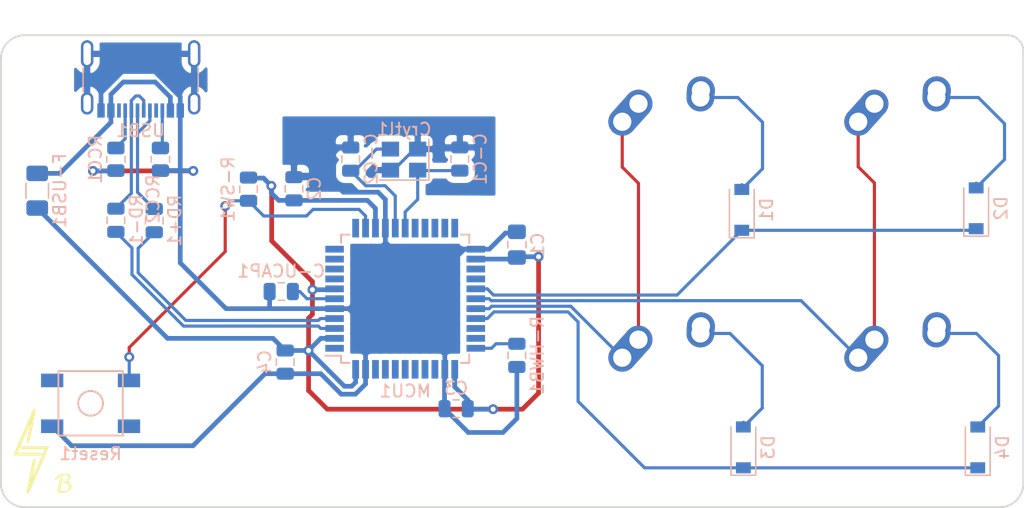
<source format=kicad_pcb>
(kicad_pcb (version 20171130) (host pcbnew "(5.1.9-0-10_14)")

  (general
    (thickness 1.6)
    (drawings 9)
    (tracks 243)
    (zones 0)
    (modules 27)
    (nets 47)
  )

  (page A4)
  (layers
    (0 F.Cu signal)
    (31 B.Cu signal)
    (32 B.Adhes user)
    (33 F.Adhes user)
    (34 B.Paste user)
    (35 F.Paste user)
    (36 B.SilkS user)
    (37 F.SilkS user)
    (38 B.Mask user)
    (39 F.Mask user)
    (40 Dwgs.User user)
    (41 Cmts.User user)
    (42 Eco1.User user)
    (43 Eco2.User user)
    (44 Edge.Cuts user)
    (45 Margin user)
    (46 B.CrtYd user)
    (47 F.CrtYd user)
    (48 B.Fab user)
    (49 F.Fab user)
  )

  (setup
    (last_trace_width 0.254)
    (trace_clearance 0.2)
    (zone_clearance 0.508)
    (zone_45_only no)
    (trace_min 0.2)
    (via_size 0.8)
    (via_drill 0.4)
    (via_min_size 0.4)
    (via_min_drill 0.3)
    (uvia_size 0.3)
    (uvia_drill 0.1)
    (uvias_allowed no)
    (uvia_min_size 0.2)
    (uvia_min_drill 0.1)
    (edge_width 0.15)
    (segment_width 0.2)
    (pcb_text_width 0.3)
    (pcb_text_size 1.5 1.5)
    (mod_edge_width 0.15)
    (mod_text_size 1 1)
    (mod_text_width 0.15)
    (pad_size 1 2.2)
    (pad_drill 0.6)
    (pad_to_mask_clearance 0)
    (aux_axis_origin 0 0)
    (visible_elements 7FFFFFFF)
    (pcbplotparams
      (layerselection 0x010f0_ffffffff)
      (usegerberextensions false)
      (usegerberattributes false)
      (usegerberadvancedattributes false)
      (creategerberjobfile false)
      (excludeedgelayer true)
      (linewidth 0.100000)
      (plotframeref false)
      (viasonmask false)
      (mode 1)
      (useauxorigin false)
      (hpglpennumber 1)
      (hpglpenspeed 20)
      (hpglpendiameter 15.000000)
      (psnegative false)
      (psa4output false)
      (plotreference true)
      (plotvalue true)
      (plotinvisibletext false)
      (padsonsilk false)
      (subtractmaskfromsilk true)
      (outputformat 1)
      (mirror false)
      (drillshape 0)
      (scaleselection 1)
      (outputdirectory ""))
  )

  (net 0 "")
  (net 1 GND)
  (net 2 "Net-(MCU1-Pad13)")
  (net 3 D+)
  (net 4 D-)
  (net 5 VCC)
  (net 6 +5V)
  (net 7 "Net-(MCU1-Pad33)")
  (net 8 "Net-(MCU1-Pad3)")
  (net 9 "Net-(MCU1-Pad4)")
  (net 10 "Net-(MCU1-Pad1)")
  (net 11 "Net-(C-UCAP1-Pad1)")
  (net 12 "Net-(MCU1-Pad8)")
  (net 13 "Net-(MCU1-Pad9)")
  (net 14 "Net-(MCU1-Pad10)")
  (net 15 "Net-(MCU1-Pad11)")
  (net 16 "Net-(MCU1-Pad12)")
  (net 17 "Net-(C-C2-Pad1)")
  (net 18 "Net-(C-C1-Pad1)")
  (net 19 "Net-(MCU1-Pad18)")
  (net 20 "Net-(MCU1-Pad19)")
  (net 21 "Net-(MCU1-Pad20)")
  (net 22 "Net-(MCU1-Pad21)")
  (net 23 "Net-(MCU1-Pad22)")
  (net 24 "Net-(MCU1-Pad25)")
  (net 25 "Net-(MCU1-Pad26)")
  (net 26 "Net-(MCU1-Pad31)")
  (net 27 "Net-(MCU1-Pad32)")
  (net 28 "Net-(MCU1-Pad36)")
  (net 29 "Net-(MCU1-Pad37)")
  (net 30 "Net-(MCU1-Pad38)")
  (net 31 "Net-(MCU1-Pad39)")
  (net 32 "Net-(MCU1-Pad40)")
  (net 33 "Net-(MCU1-Pad41)")
  (net 34 "Net-(MCU1-Pad42)")
  (net 35 "Net-(D4-Pad2)")
  (net 36 COL1)
  (net 37 COL0)
  (net 38 "Net-(D3-Pad2)")
  (net 39 "Net-(D2-Pad2)")
  (net 40 "Net-(D1-Pad2)")
  (net 41 ROW1)
  (net 42 ROW0)
  (net 43 "Net-(RCC1-Pad1)")
  (net 44 "Net-(RCC2-Pad1)")
  (net 45 "Net-(USB1-Pad3)")
  (net 46 "Net-(USB1-Pad9)")

  (net_class Default "This is the default net class."
    (clearance 0.2)
    (trace_width 0.254)
    (via_dia 0.8)
    (via_drill 0.4)
    (uvia_dia 0.3)
    (uvia_drill 0.1)
    (add_net COL0)
    (add_net COL1)
    (add_net D+)
    (add_net D-)
    (add_net "Net-(C-C1-Pad1)")
    (add_net "Net-(C-C2-Pad1)")
    (add_net "Net-(C-UCAP1-Pad1)")
    (add_net "Net-(D1-Pad2)")
    (add_net "Net-(D2-Pad2)")
    (add_net "Net-(D3-Pad2)")
    (add_net "Net-(D4-Pad2)")
    (add_net "Net-(MCU1-Pad1)")
    (add_net "Net-(MCU1-Pad10)")
    (add_net "Net-(MCU1-Pad11)")
    (add_net "Net-(MCU1-Pad12)")
    (add_net "Net-(MCU1-Pad13)")
    (add_net "Net-(MCU1-Pad18)")
    (add_net "Net-(MCU1-Pad19)")
    (add_net "Net-(MCU1-Pad20)")
    (add_net "Net-(MCU1-Pad21)")
    (add_net "Net-(MCU1-Pad22)")
    (add_net "Net-(MCU1-Pad25)")
    (add_net "Net-(MCU1-Pad26)")
    (add_net "Net-(MCU1-Pad3)")
    (add_net "Net-(MCU1-Pad31)")
    (add_net "Net-(MCU1-Pad32)")
    (add_net "Net-(MCU1-Pad33)")
    (add_net "Net-(MCU1-Pad36)")
    (add_net "Net-(MCU1-Pad37)")
    (add_net "Net-(MCU1-Pad38)")
    (add_net "Net-(MCU1-Pad39)")
    (add_net "Net-(MCU1-Pad4)")
    (add_net "Net-(MCU1-Pad40)")
    (add_net "Net-(MCU1-Pad41)")
    (add_net "Net-(MCU1-Pad42)")
    (add_net "Net-(MCU1-Pad8)")
    (add_net "Net-(MCU1-Pad9)")
    (add_net "Net-(RCC1-Pad1)")
    (add_net "Net-(RCC2-Pad1)")
    (add_net "Net-(USB1-Pad3)")
    (add_net "Net-(USB1-Pad9)")
    (add_net ROW0)
    (add_net ROW1)
  )

  (net_class Power ""
    (clearance 0.2)
    (trace_width 0.381)
    (via_dia 0.8)
    (via_drill 0.4)
    (uvia_dia 0.3)
    (uvia_drill 0.1)
    (add_net +5V)
    (add_net GND)
    (add_net VCC)
  )

  (module Connector_Molex:Molex_USB-C_2171790001 (layer B.Cu) (tedit 60FB143D) (tstamp 60FB3834)
    (at 63.35 90.75)
    (path /60FEE1CB)
    (fp_text reference USB1 (at 0 4.2) (layer B.SilkS)
      (effects (font (size 1 1) (thickness 0.15)) (justify mirror))
    )
    (fp_text value Molex_USB_C_2171790001 (at 0 -5.5) (layer B.Fab)
      (effects (font (size 1 1) (thickness 0.15)) (justify mirror))
    )
    (fp_line (start 4.47 2.4) (end 4.47 -4.1) (layer B.Fab) (width 0.12))
    (fp_line (start -4.47 2.4) (end -4.47 -4.1) (layer B.Fab) (width 0.12))
    (fp_line (start -4.47 2.4) (end 4.47 2.4) (layer B.Fab) (width 0.12))
    (fp_line (start 4.47 -4.1) (end -4.47 -4.1) (layer B.Fab) (width 0.12))
    (fp_line (start 5.5 3.5) (end 5.5 -4.5) (layer B.CrtYd) (width 0.12))
    (fp_line (start 5.5 -4.5) (end -5.5 -4.5) (layer B.CrtYd) (width 0.12))
    (fp_line (start -5.5 -4.5) (end -5.5 3.5) (layer B.CrtYd) (width 0.12))
    (fp_line (start -5.5 3.5) (end 5.5 3.5) (layer B.CrtYd) (width 0.12))
    (fp_line (start 5.5 3.5) (end 5.5 -4.5) (layer F.CrtYd) (width 0.12))
    (fp_line (start 5.5 -4.5) (end -5.5 -4.5) (layer F.CrtYd) (width 0.12))
    (fp_line (start -5.5 -4.5) (end -5.5 3.5) (layer F.CrtYd) (width 0.12))
    (fp_line (start -5.5 3.5) (end 5.5 3.5) (layer F.CrtYd) (width 0.12))
    (fp_line (start 4.65 1.05) (end 4.65 -0.85) (layer B.SilkS) (width 0.12))
    (fp_line (start -4.65 1.05) (end -4.65 -0.85) (layer B.SilkS) (width 0.12))
    (fp_text user REF** (at 0.015 -0.565) (layer B.Fab)
      (effects (font (size 1 1) (thickness 0.15)) (justify mirror))
    )
    (pad 1 connect rect (at -3.2 2.575) (size 0.6 1.15) (layers B.Cu B.Mask)
      (net 1 GND))
    (pad 2 connect rect (at -2.4 2.575) (size 0.6 1.15) (layers B.Cu B.Mask)
      (net 5 VCC))
    (pad 12 connect rect (at 3.2 2.575) (size 0.6 1.15) (layers B.Cu B.Mask)
      (net 1 GND))
    (pad 11 connect rect (at 2.4 2.575) (size 0.6 1.15) (layers B.Cu B.Mask)
      (net 5 VCC))
    (pad 3 connect rect (at -1.75 2.575) (size 0.3 1.15) (layers B.Cu B.Mask)
      (net 45 "Net-(USB1-Pad3)"))
    (pad 4 connect rect (at -1.25 2.575) (size 0.3 1.15) (layers B.Cu B.Mask)
      (net 43 "Net-(RCC1-Pad1)"))
    (pad 5 connect rect (at -0.75 2.575) (size 0.3 1.15) (layers B.Cu B.Mask)
      (net 4 D-))
    (pad 6 connect rect (at -0.25 2.575) (size 0.3 1.15) (layers B.Cu B.Mask)
      (net 3 D+))
    (pad 10 connect rect (at 1.75 2.575) (size 0.3 1.15) (layers B.Cu B.Mask)
      (net 44 "Net-(RCC2-Pad1)"))
    (pad 9 connect rect (at 1.25 2.575) (size 0.3 1.15) (layers B.Cu B.Mask)
      (net 46 "Net-(USB1-Pad9)"))
    (pad 8 connect rect (at 0.75 2.575) (size 0.3 1.15) (layers B.Cu B.Mask)
      (net 3 D+))
    (pad 7 connect rect (at 0.25 2.575) (size 0.3 1.15) (layers B.Cu B.Mask)
      (net 4 D-))
    (pad 1 thru_hole oval (at 4.32 -2) (size 1 2.2) (drill oval 0.6 1.8) (layers *.Cu *.Mask)
      (net 1 GND))
    (pad 1 thru_hole oval (at -4.32 -2) (size 1 2.2) (drill oval 0.6 1.8) (layers *.Cu *.Mask)
      (net 1 GND))
    (pad 1 thru_hole oval (at -4.32 2) (size 1 1.8) (drill oval 0.6 1.4) (layers *.Cu *.Mask)
      (net 1 GND))
    (pad 1 thru_hole oval (at 4.32 2) (size 1 1.8) (drill oval 0.6 1.4) (layers *.Cu *.Mask)
      (net 1 GND))
  )

  (module Resistor_SMD:R_0805_2012Metric (layer B.Cu) (tedit 5F68FEEE) (tstamp 60FB37B4)
    (at 64.95 97.2625 270)
    (descr "Resistor SMD 0805 (2012 Metric), square (rectangular) end terminal, IPC_7351 nominal, (Body size source: IPC-SM-782 page 72, https://www.pcb-3d.com/wordpress/wp-content/uploads/ipc-sm-782a_amendment_1_and_2.pdf), generated with kicad-footprint-generator")
    (tags resistor)
    (path /6104412D)
    (attr smd)
    (fp_text reference RCC2 (at 3.2 0.6 90) (layer B.SilkS)
      (effects (font (size 1 1) (thickness 0.15)) (justify mirror))
    )
    (fp_text value 5.1K (at 0 -1.65 90) (layer B.Fab)
      (effects (font (size 1 1) (thickness 0.15)) (justify mirror))
    )
    (fp_line (start -1 -0.625) (end -1 0.625) (layer B.Fab) (width 0.1))
    (fp_line (start -1 0.625) (end 1 0.625) (layer B.Fab) (width 0.1))
    (fp_line (start 1 0.625) (end 1 -0.625) (layer B.Fab) (width 0.1))
    (fp_line (start 1 -0.625) (end -1 -0.625) (layer B.Fab) (width 0.1))
    (fp_line (start -0.227064 0.735) (end 0.227064 0.735) (layer B.SilkS) (width 0.12))
    (fp_line (start -0.227064 -0.735) (end 0.227064 -0.735) (layer B.SilkS) (width 0.12))
    (fp_line (start -1.68 -0.95) (end -1.68 0.95) (layer B.CrtYd) (width 0.05))
    (fp_line (start -1.68 0.95) (end 1.68 0.95) (layer B.CrtYd) (width 0.05))
    (fp_line (start 1.68 0.95) (end 1.68 -0.95) (layer B.CrtYd) (width 0.05))
    (fp_line (start 1.68 -0.95) (end -1.68 -0.95) (layer B.CrtYd) (width 0.05))
    (fp_text user %R (at 0.15 0.1 90) (layer B.Fab)
      (effects (font (size 0.5 0.5) (thickness 0.08)) (justify mirror))
    )
    (pad 2 smd roundrect (at 0.9125 0 270) (size 1.025 1.4) (layers B.Cu B.Paste B.Mask) (roundrect_rratio 0.2439014634146341)
      (net 1 GND))
    (pad 1 smd roundrect (at -0.9125 0 270) (size 1.025 1.4) (layers B.Cu B.Paste B.Mask) (roundrect_rratio 0.2439014634146341)
      (net 44 "Net-(RCC2-Pad1)"))
    (model ${KISYS3DMOD}/Resistor_SMD.3dshapes/R_0805_2012Metric.wrl
      (at (xyz 0 0 0))
      (scale (xyz 1 1 1))
      (rotate (xyz 0 0 0))
    )
  )

  (module Resistor_SMD:R_0805_2012Metric (layer B.Cu) (tedit 5F68FEEE) (tstamp 60FB37A3)
    (at 61.35 97.2625 270)
    (descr "Resistor SMD 0805 (2012 Metric), square (rectangular) end terminal, IPC_7351 nominal, (Body size source: IPC-SM-782 page 72, https://www.pcb-3d.com/wordpress/wp-content/uploads/ipc-sm-782a_amendment_1_and_2.pdf), generated with kicad-footprint-generator")
    (tags resistor)
    (path /61042766)
    (attr smd)
    (fp_text reference RCC1 (at 0 1.65 90) (layer B.SilkS)
      (effects (font (size 1 1) (thickness 0.15)) (justify mirror))
    )
    (fp_text value 5.1K (at 0 -1.65 90) (layer B.Fab)
      (effects (font (size 1 1) (thickness 0.15)) (justify mirror))
    )
    (fp_line (start -1 -0.625) (end -1 0.625) (layer B.Fab) (width 0.1))
    (fp_line (start -1 0.625) (end 1 0.625) (layer B.Fab) (width 0.1))
    (fp_line (start 1 0.625) (end 1 -0.625) (layer B.Fab) (width 0.1))
    (fp_line (start 1 -0.625) (end -1 -0.625) (layer B.Fab) (width 0.1))
    (fp_line (start -0.227064 0.735) (end 0.227064 0.735) (layer B.SilkS) (width 0.12))
    (fp_line (start -0.227064 -0.735) (end 0.227064 -0.735) (layer B.SilkS) (width 0.12))
    (fp_line (start -1.68 -0.95) (end -1.68 0.95) (layer B.CrtYd) (width 0.05))
    (fp_line (start -1.68 0.95) (end 1.68 0.95) (layer B.CrtYd) (width 0.05))
    (fp_line (start 1.68 0.95) (end 1.68 -0.95) (layer B.CrtYd) (width 0.05))
    (fp_line (start 1.68 -0.95) (end -1.68 -0.95) (layer B.CrtYd) (width 0.05))
    (fp_text user %R (at 0 0 90) (layer B.Fab)
      (effects (font (size 0.5 0.5) (thickness 0.08)) (justify mirror))
    )
    (pad 2 smd roundrect (at 0.9125 0 270) (size 1.025 1.4) (layers B.Cu B.Paste B.Mask) (roundrect_rratio 0.2439014634146341)
      (net 1 GND))
    (pad 1 smd roundrect (at -0.9125 0 270) (size 1.025 1.4) (layers B.Cu B.Paste B.Mask) (roundrect_rratio 0.2439014634146341)
      (net 43 "Net-(RCC1-Pad1)"))
    (model ${KISYS3DMOD}/Resistor_SMD.3dshapes/R_0805_2012Metric.wrl
      (at (xyz 0 0 0))
      (scale (xyz 1 1 1))
      (rotate (xyz 0 0 0))
    )
  )

  (module Capacitor_SMD:C_0805_2012Metric_Pad1.18x1.45mm_HandSolder (layer B.Cu) (tedit 5F68FEEF) (tstamp 5FE7F483)
    (at 93.726 104.155 90)
    (descr "Capacitor SMD 0805 (2012 Metric), square (rectangular) end terminal, IPC_7351 nominal with elongated pad for handsoldering. (Body size source: IPC-SM-782 page 76, https://www.pcb-3d.com/wordpress/wp-content/uploads/ipc-sm-782a_amendment_1_and_2.pdf, https://docs.google.com/spreadsheets/d/1BsfQQcO9C6DZCsRaXUlFlo91Tg2WpOkGARC1WS5S8t0/edit?usp=sharing), generated with kicad-footprint-generator")
    (tags "capacitor handsolder")
    (path /5FDA775B)
    (attr smd)
    (fp_text reference C1 (at 0 1.68 90) (layer B.SilkS)
      (effects (font (size 1 1) (thickness 0.15)) (justify mirror))
    )
    (fp_text value 0.1uf (at 0 -1.68 90) (layer B.Fab)
      (effects (font (size 1 1) (thickness 0.15)) (justify mirror))
    )
    (fp_line (start -1 -0.625) (end -1 0.625) (layer B.Fab) (width 0.1))
    (fp_line (start -1 0.625) (end 1 0.625) (layer B.Fab) (width 0.1))
    (fp_line (start 1 0.625) (end 1 -0.625) (layer B.Fab) (width 0.1))
    (fp_line (start 1 -0.625) (end -1 -0.625) (layer B.Fab) (width 0.1))
    (fp_line (start -0.261252 0.735) (end 0.261252 0.735) (layer B.SilkS) (width 0.12))
    (fp_line (start -0.261252 -0.735) (end 0.261252 -0.735) (layer B.SilkS) (width 0.12))
    (fp_line (start -1.88 -0.98) (end -1.88 0.98) (layer B.CrtYd) (width 0.05))
    (fp_line (start -1.88 0.98) (end 1.88 0.98) (layer B.CrtYd) (width 0.05))
    (fp_line (start 1.88 0.98) (end 1.88 -0.98) (layer B.CrtYd) (width 0.05))
    (fp_line (start 1.88 -0.98) (end -1.88 -0.98) (layer B.CrtYd) (width 0.05))
    (fp_text user %R (at 0 0 90) (layer B.Fab)
      (effects (font (size 0.5 0.5) (thickness 0.08)) (justify mirror))
    )
    (pad 2 smd roundrect (at 1.0375 0 90) (size 1.175 1.45) (layers B.Cu B.Paste B.Mask) (roundrect_rratio 0.2127659574468085)
      (net 1 GND))
    (pad 1 smd roundrect (at -1.0375 0 90) (size 1.175 1.45) (layers B.Cu B.Paste B.Mask) (roundrect_rratio 0.2127659574468085)
      (net 6 +5V))
    (model ${KISYS3DMOD}/Capacitor_SMD.3dshapes/C_0805_2012Metric.wrl
      (at (xyz 0 0 0))
      (scale (xyz 1 1 1))
      (rotate (xyz 0 0 0))
    )
  )

  (module "testboard:PCB logo - lightning bolt and B - 10mm" (layer F.Cu) (tedit 0) (tstamp 5FE714CD)
    (at 55.7 121.49)
    (fp_text reference G*** (at -0.3 0.11) (layer F.SilkS) hide
      (effects (font (size 1.524 1.524) (thickness 0.3)))
    )
    (fp_text value LOGO (at -0.3 0.11) (layer F.SilkS) hide
      (effects (font (size 1.524 1.524) (thickness 0.3)))
    )
    (fp_poly (pts (xy -0.910821 -4.09485) (xy -0.886939 -4.088464) (xy -0.880602 -4.08555) (xy -0.854564 -4.066625)
      (xy -0.834473 -4.041406) (xy -0.82178 -4.01223) (xy -0.81788 -3.984643) (xy -0.818867 -3.97828)
      (xy -0.821758 -3.962468) (xy -0.826452 -3.937715) (xy -0.832847 -3.90453) (xy -0.840841 -3.863424)
      (xy -0.850332 -3.814907) (xy -0.861218 -3.759487) (xy -0.873398 -3.697674) (xy -0.886769 -3.629978)
      (xy -0.901229 -3.556908) (xy -0.916678 -3.478974) (xy -0.933012 -3.396686) (xy -0.950129 -3.310553)
      (xy -0.967929 -3.221085) (xy -0.986309 -3.128791) (xy -1.005167 -3.034181) (xy -1.024401 -2.937765)
      (xy -1.04391 -2.840051) (xy -1.063591 -2.741551) (xy -1.083342 -2.642772) (xy -1.103063 -2.544226)
      (xy -1.12265 -2.44642) (xy -1.142001 -2.349866) (xy -1.161016 -2.255073) (xy -1.179592 -2.162549)
      (xy -1.197627 -2.072806) (xy -1.215019 -1.986352) (xy -1.231667 -1.903697) (xy -1.247468 -1.82535)
      (xy -1.26232 -1.751821) (xy -1.276122 -1.68362) (xy -1.288772 -1.621257) (xy -1.300168 -1.56524)
      (xy -1.310208 -1.51608) (xy -1.31879 -1.474286) (xy -1.325812 -1.440367) (xy -1.331172 -1.414834)
      (xy -1.334768 -1.398195) (xy -1.336499 -1.390961) (xy -1.336565 -1.390778) (xy -1.346474 -1.375233)
      (xy -1.362475 -1.358597) (xy -1.381286 -1.343705) (xy -1.399627 -1.333388) (xy -1.405359 -1.331374)
      (xy -1.438399 -1.326851) (xy -1.470315 -1.330999) (xy -1.499514 -1.342849) (xy -1.524403 -1.361432)
      (xy -1.543386 -1.385778) (xy -1.554872 -1.414917) (xy -1.556454 -1.423297) (xy -1.556537 -1.428337)
      (xy -1.555763 -1.437151) (xy -1.554053 -1.450156) (xy -1.551327 -1.46777) (xy -1.547506 -1.490411)
      (xy -1.542511 -1.518497) (xy -1.536263 -1.552445) (xy -1.528681 -1.592672) (xy -1.519687 -1.639597)
      (xy -1.509202 -1.693637) (xy -1.497146 -1.755209) (xy -1.48344 -1.824732) (xy -1.468005 -1.902622)
      (xy -1.450761 -1.989299) (xy -1.431629 -2.085178) (xy -1.414909 -2.168799) (xy -1.398095 -2.252877)
      (xy -1.381853 -2.334204) (xy -1.366292 -2.412225) (xy -1.351522 -2.486386) (xy -1.337653 -2.556133)
      (xy -1.324794 -2.62091) (xy -1.313055 -2.680164) (xy -1.302546 -2.733339) (xy -1.293377 -2.779881)
      (xy -1.285657 -2.819235) (xy -1.279496 -2.850846) (xy -1.275005 -2.874161) (xy -1.272291 -2.888624)
      (xy -1.271467 -2.89368) (xy -1.273558 -2.889196) (xy -1.27948 -2.875766) (xy -1.289062 -2.853783)
      (xy -1.302135 -2.823641) (xy -1.31853 -2.785735) (xy -1.338078 -2.740456) (xy -1.360609 -2.6882)
      (xy -1.385954 -2.629359) (xy -1.413943 -2.564327) (xy -1.444408 -2.493499) (xy -1.477178 -2.417267)
      (xy -1.512085 -2.336026) (xy -1.548959 -2.250168) (xy -1.587631 -2.160088) (xy -1.627931 -2.066178)
      (xy -1.66969 -1.968834) (xy -1.71274 -1.868448) (xy -1.756909 -1.765415) (xy -1.776133 -1.720561)
      (xy -2.279457 -0.5461) (xy -1.339119 -0.54356) (xy -1.220749 -0.543229) (xy -1.112149 -0.5429)
      (xy -1.012929 -0.542569) (xy -0.9227 -0.542232) (xy -0.841071 -0.541885) (xy -0.767653 -0.541525)
      (xy -0.702055 -0.541148) (xy -0.643887 -0.54075) (xy -0.592761 -0.540328) (xy -0.548285 -0.539877)
      (xy -0.51007 -0.539394) (xy -0.477726 -0.538875) (xy -0.450864 -0.538317) (xy -0.429092 -0.537715)
      (xy -0.412022 -0.537066) (xy -0.399263 -0.536365) (xy -0.390426 -0.53561) (xy -0.38512 -0.534797)
      (xy -0.383563 -0.534322) (xy -0.353477 -0.515997) (xy -0.330756 -0.490998) (xy -0.322083 -0.475575)
      (xy -0.311759 -0.44251) (xy -0.311085 -0.409718) (xy -0.319802 -0.378643) (xy -0.337651 -0.350725)
      (xy -0.34609 -0.341888) (xy -0.349556 -0.338315) (xy -0.35239 -0.335017) (xy -0.354992 -0.331982)
      (xy -0.357762 -0.3292) (xy -0.361098 -0.326661) (xy -0.365399 -0.324352) (xy -0.371065 -0.322263)
      (xy -0.378496 -0.320383) (xy -0.38809 -0.318701) (xy -0.400246 -0.317207) (xy -0.415365 -0.315889)
      (xy -0.433844 -0.314736) (xy -0.456085 -0.313738) (xy -0.482484 -0.312884) (xy -0.513443 -0.312162)
      (xy -0.54936 -0.311562) (xy -0.590635 -0.311072) (xy -0.637666 -0.310683) (xy -0.690853 -0.310383)
      (xy -0.750595 -0.31016) (xy -0.817292 -0.310005) (xy -0.891342 -0.309906) (xy -0.973146 -0.309852)
      (xy -1.063102 -0.309833) (xy -1.161609 -0.309837) (xy -1.269067 -0.309853) (xy -1.385875 -0.309872)
      (xy -1.512432 -0.30988) (xy -1.516217 -0.30988) (xy -1.6219 -0.309898) (xy -1.724866 -0.309948)
      (xy -1.824656 -0.31003) (xy -1.920812 -0.310141) (xy -2.012873 -0.310282) (xy -2.100382 -0.310449)
      (xy -2.182878 -0.310641) (xy -2.259904 -0.310857) (xy -2.331 -0.311096) (xy -2.395707 -0.311355)
      (xy -2.453566 -0.311633) (xy -2.504118 -0.311928) (xy -2.546903 -0.312239) (xy -2.581464 -0.312565)
      (xy -2.607341 -0.312903) (xy -2.624074 -0.313253) (xy -2.631206 -0.313612) (xy -2.631441 -0.31369)
      (xy -2.629461 -0.318578) (xy -2.623612 -0.33249) (xy -2.614028 -0.355112) (xy -2.600842 -0.38613)
      (xy -2.584189 -0.425232) (xy -2.564204 -0.472102) (xy -2.54102 -0.526428) (xy -2.514772 -0.587896)
      (xy -2.485593 -0.656192) (xy -2.453618 -0.731001) (xy -2.418982 -0.812011) (xy -2.381817 -0.898908)
      (xy -2.342259 -0.991378) (xy -2.300442 -1.089106) (xy -2.2565 -1.191781) (xy -2.210567 -1.299086)
      (xy -2.162777 -1.41071) (xy -2.113265 -1.526338) (xy -2.062164 -1.645656) (xy -2.009609 -1.768351)
      (xy -1.955734 -1.894109) (xy -1.900673 -2.022616) (xy -1.844561 -2.153559) (xy -1.83286 -2.180862)
      (xy -1.76516 -2.338834) (xy -1.701348 -2.48774) (xy -1.641303 -2.627851) (xy -1.584904 -2.759437)
      (xy -1.532032 -2.882769) (xy -1.482565 -2.998116) (xy -1.436384 -3.10575) (xy -1.393368 -3.205941)
      (xy -1.353397 -3.298958) (xy -1.316351 -3.385074) (xy -1.282108 -3.464558) (xy -1.250549 -3.53768)
      (xy -1.221553 -3.604712) (xy -1.195 -3.665922) (xy -1.17077 -3.721583) (xy -1.148742 -3.771964)
      (xy -1.128795 -3.817335) (xy -1.110811 -3.857968) (xy -1.094667 -3.894132) (xy -1.080244 -3.926098)
      (xy -1.067421 -3.954137) (xy -1.056078 -3.978518) (xy -1.046095 -3.999513) (xy -1.037351 -4.017391)
      (xy -1.029726 -4.032423) (xy -1.0231 -4.04488) (xy -1.017351 -4.055032) (xy -1.012361 -4.06315)
      (xy -1.008007 -4.069503) (xy -1.004171 -4.074363) (xy -1.000732 -4.077999) (xy -0.997568 -4.080682)
      (xy -0.994561 -4.082683) (xy -0.991589 -4.084272) (xy -0.988533 -4.085719) (xy -0.985271 -4.087295)
      (xy -0.984014 -4.087951) (xy -0.96336 -4.094686) (xy -0.937629 -4.096955) (xy -0.910821 -4.09485)) (layer F.SilkS) (width 0.01))
    (fp_poly (pts (xy 1.654399 1.161055) (xy 1.721925 1.167407) (xy 1.782338 1.179052) (xy 1.804889 1.185972)
      (xy 1.831794 1.195981) (xy 1.858473 1.207327) (xy 1.86806 1.211849) (xy 1.91473 1.238866)
      (xy 1.952371 1.26978) (xy 1.980823 1.304396) (xy 1.999928 1.342517) (xy 2.009528 1.383948)
      (xy 2.009872 1.387314) (xy 2.00961 1.438693) (xy 1.999278 1.489892) (xy 1.97897 1.540774)
      (xy 1.948776 1.591201) (xy 1.908788 1.641035) (xy 1.859097 1.690139) (xy 1.799795 1.738377)
      (xy 1.755657 1.769522) (xy 1.739734 1.780926) (xy 1.729775 1.789628) (xy 1.726977 1.794534)
      (xy 1.727717 1.795103) (xy 1.801851 1.820792) (xy 1.868299 1.851177) (xy 1.926651 1.885997)
      (xy 1.976495 1.924989) (xy 2.017421 1.967892) (xy 2.034064 1.990217) (xy 2.054281 2.023211)
      (xy 2.068124 2.054747) (xy 2.076686 2.088255) (xy 2.081065 2.127161) (xy 2.081681 2.139252)
      (xy 2.079249 2.200652) (xy 2.066884 2.25997) (xy 2.044608 2.317158) (xy 2.01244 2.372169)
      (xy 1.970403 2.424956) (xy 1.939345 2.456592) (xy 1.874039 2.511602) (xy 1.801125 2.56042)
      (xy 1.721274 2.602743) (xy 1.635157 2.638268) (xy 1.543444 2.666694) (xy 1.446806 2.687717)
      (xy 1.416035 2.692671) (xy 1.383148 2.696725) (xy 1.344959 2.700105) (xy 1.303702 2.702737)
      (xy 1.261608 2.704544) (xy 1.220908 2.705452) (xy 1.183833 2.705384) (xy 1.152615 2.704265)
      (xy 1.131433 2.702306) (xy 1.08015 2.691792) (xy 1.037379 2.675775) (xy 1.003133 2.654267)
      (xy 0.977423 2.627274) (xy 0.960262 2.594808) (xy 0.952184 2.561294) (xy 0.951416 2.553874)
      (xy 0.951078 2.545622) (xy 0.951279 2.5359) (xy 0.952131 2.524073) (xy 0.953743 2.509504)
      (xy 0.956226 2.491556) (xy 0.959688 2.469593) (xy 0.964241 2.442978) (xy 0.969994 2.411075)
      (xy 0.977057 2.373247) (xy 0.985541 2.328857) (xy 0.995555 2.27727) (xy 1.00721 2.217848)
      (xy 1.020616 2.149956) (xy 1.035881 2.072956) (xy 1.041493 2.0447) (xy 1.054169 1.980696)
      (xy 1.066379 1.918667) (xy 1.077958 1.859464) (xy 1.088745 1.803943) (xy 1.098574 1.752954)
      (xy 1.107284 1.707353) (xy 1.11471 1.66799) (xy 1.120688 1.635721) (xy 1.125056 1.611398)
      (xy 1.12765 1.595873) (xy 1.128121 1.59258) (xy 1.130835 1.568181) (xy 1.131223 1.5499)
      (xy 1.128769 1.533858) (xy 1.122957 1.516175) (xy 1.115599 1.49837) (xy 1.115937 1.494338)
      (xy 1.121306 1.48994) (xy 1.133012 1.48453) (xy 1.15236 1.477463) (xy 1.169525 1.471717)
      (xy 1.209528 1.459216) (xy 1.241618 1.450701) (xy 1.267125 1.445939) (xy 1.287381 1.444696)
      (xy 1.303715 1.446738) (xy 1.306931 1.44761) (xy 1.326307 1.458374) (xy 1.33973 1.476265)
      (xy 1.345915 1.499384) (xy 1.346181 1.505592) (xy 1.345206 1.51359) (xy 1.342379 1.53075)
      (xy 1.337849 1.556277) (xy 1.331768 1.589373) (xy 1.324287 1.62924) (xy 1.315557 1.675083)
      (xy 1.305729 1.726103) (xy 1.294954 1.781503) (xy 1.283384 1.840487) (xy 1.271169 1.902258)
      (xy 1.267214 1.922152) (xy 1.250822 2.004583) (xy 1.236322 2.077671) (xy 1.223601 2.142031)
      (xy 1.212545 2.198282) (xy 1.203041 2.247039) (xy 1.194975 2.28892) (xy 1.188235 2.324541)
      (xy 1.182706 2.354519) (xy 1.178276 2.37947) (xy 1.17483 2.400011) (xy 1.172256 2.416759)
      (xy 1.170439 2.430331) (xy 1.169268 2.441343) (xy 1.168627 2.450411) (xy 1.168404 2.458154)
      (xy 1.1684 2.459427) (xy 1.172812 2.49089) (xy 1.186072 2.517605) (xy 1.208207 2.539588)
      (xy 1.23925 2.556854) (xy 1.27923 2.569421) (xy 1.328178 2.577303) (xy 1.386124 2.580517)
      (xy 1.397604 2.580601) (xy 1.471963 2.576579) (xy 1.540634 2.564291) (xy 1.604081 2.543556)
      (xy 1.662769 2.514195) (xy 1.717161 2.476026) (xy 1.755473 2.441455) (xy 1.790609 2.403491)
      (xy 1.817282 2.367269) (xy 1.836457 2.330748) (xy 1.849099 2.29189) (xy 1.856174 2.248653)
      (xy 1.857912 2.22504) (xy 1.857012 2.172406) (xy 1.848574 2.125488) (xy 1.832273 2.083875)
      (xy 1.807786 2.047154) (xy 1.774786 2.014913) (xy 1.732949 1.98674) (xy 1.681951 1.962221)
      (xy 1.6383 1.946246) (xy 1.603549 1.935228) (xy 1.576416 1.927664) (xy 1.555052 1.923312)
      (xy 1.53761 1.921933) (xy 1.522242 1.923285) (xy 1.507102 1.927128) (xy 1.502759 1.928579)
      (xy 1.487618 1.932885) (xy 1.47007 1.935727) (xy 1.447751 1.937341) (xy 1.418296 1.937964)
      (xy 1.408859 1.937994) (xy 1.38374 1.937752) (xy 1.362376 1.937074) (xy 1.346773 1.936056)
      (xy 1.338939 1.934799) (xy 1.338492 1.934539) (xy 1.337794 1.927458) (xy 1.341028 1.913326)
      (xy 1.347501 1.894136) (xy 1.356517 1.871881) (xy 1.367384 1.848556) (xy 1.370674 1.842085)
      (xy 1.387438 1.814999) (xy 1.407056 1.79417) (xy 1.430858 1.778991) (xy 1.46017 1.76885)
      (xy 1.496323 1.763139) (xy 1.540646 1.761247) (xy 1.54686 1.761249) (xy 1.60782 1.761508)
      (xy 1.63322 1.740925) (xy 1.68692 1.693687) (xy 1.730837 1.646858) (xy 1.765315 1.600034)
      (xy 1.786816 1.561294) (xy 1.796701 1.538989) (xy 1.802682 1.520407) (xy 1.805945 1.500789)
      (xy 1.807556 1.477877) (xy 1.807397 1.441418) (xy 1.802469 1.411839) (xy 1.791932 1.386649)
      (xy 1.774946 1.363359) (xy 1.765636 1.353493) (xy 1.739075 1.331848) (xy 1.707104 1.315029)
      (xy 1.668918 1.30284) (xy 1.623716 1.29509) (xy 1.570694 1.291582) (xy 1.5113 1.292042)
      (xy 1.428337 1.298499) (xy 1.350467 1.312096) (xy 1.275015 1.333496) (xy 1.199306 1.363364)
      (xy 1.17094 1.376576) (xy 1.089359 1.421304) (xy 1.009586 1.475546) (xy 0.932362 1.538712)
      (xy 0.858427 1.610209) (xy 0.809142 1.664765) (xy 0.777816 1.70139) (xy 0.7676 1.674084)
      (xy 0.755929 1.630987) (xy 0.753847 1.588777) (xy 0.761426 1.54626) (xy 0.778035 1.50368)
      (xy 0.79229 1.480338) (xy 0.813421 1.453605) (xy 0.839603 1.425336) (xy 0.869013 1.39739)
      (xy 0.899827 1.371621) (xy 0.9271 1.351928) (xy 0.960336 1.331625) (xy 1.000633 1.309671)
      (xy 1.045319 1.287338) (xy 1.091722 1.265897) (xy 1.137172 1.246617) (xy 1.178998 1.230771)
      (xy 1.18872 1.227447) (xy 1.265765 1.204574) (xy 1.34511 1.186255) (xy 1.425201 1.172617)
      (xy 1.504482 1.163787) (xy 1.5814 1.15989) (xy 1.654399 1.161055)) (layer F.SilkS) (width 0.01))
    (fp_poly (pts (xy -1.212363 -1.051608) (xy -1.104984 -1.051591) (xy -0.98828 -1.051571) (xy -0.861852 -1.051561)
      (xy -0.849435 -1.05156) (xy -0.720104 -1.05155) (xy -0.600595 -1.051519) (xy -0.490568 -1.051463)
      (xy -0.389685 -1.051382) (xy -0.297606 -1.051274) (xy -0.213992 -1.051137) (xy -0.138506 -1.050968)
      (xy -0.070808 -1.050766) (xy -0.010559 -1.050528) (xy 0.042579 -1.050254) (xy 0.088946 -1.04994)
      (xy 0.12888 -1.049585) (xy 0.16272 -1.049188) (xy 0.190806 -1.048745) (xy 0.213474 -1.048255)
      (xy 0.231066 -1.047717) (xy 0.243919 -1.047128) (xy 0.252372 -1.046486) (xy 0.256765 -1.04579)
      (xy 0.257591 -1.04521) (xy 0.255429 -1.040142) (xy 0.249398 -1.02605) (xy 0.239634 -1.003249)
      (xy 0.226272 -0.972052) (xy 0.209445 -0.932776) (xy 0.18929 -0.885734) (xy 0.16594 -0.831241)
      (xy 0.139531 -0.769612) (xy 0.110197 -0.70116) (xy 0.078073 -0.6262) (xy 0.043294 -0.545047)
      (xy 0.005995 -0.458016) (xy -0.03369 -0.36542) (xy -0.075625 -0.267575) (xy -0.119677 -0.164794)
      (xy -0.16571 -0.057393) (xy -0.213589 0.054314) (xy -0.26318 0.170013) (xy -0.314347 0.28939)
      (xy -0.366957 0.412128) (xy -0.420874 0.537916) (xy -0.475963 0.666436) (xy -0.532091 0.797376)
      (xy -0.542874 0.822534) (xy -0.612563 0.985091) (xy -0.678363 1.138539) (xy -0.740378 1.283114)
      (xy -0.798709 1.419049) (xy -0.853457 1.546581) (xy -0.904725 1.665945) (xy -0.952615 1.777374)
      (xy -0.997229 1.881105) (xy -1.038668 1.977373) (xy -1.077034 2.066411) (xy -1.11243 2.148456)
      (xy -1.144956 2.223743) (xy -1.174716 2.292506) (xy -1.201811 2.354981) (xy -1.226342 2.411402)
      (xy -1.248412 2.462005) (xy -1.268123 2.507024) (xy -1.285576 2.546695) (xy -1.300874 2.581253)
      (xy -1.314117 2.610932) (xy -1.325409 2.635968) (xy -1.334851 2.656596) (xy -1.342545 2.673051)
      (xy -1.348593 2.685567) (xy -1.353097 2.694381) (xy -1.356158 2.699726) (xy -1.357452 2.701484)
      (xy -1.372699 2.714788) (xy -1.390023 2.726208) (xy -1.39446 2.728468) (xy -1.416419 2.735054)
      (xy -1.442362 2.73761) (xy -1.467723 2.736005) (xy -1.4859 2.731064) (xy -1.514301 2.713337)
      (xy -1.537004 2.688354) (xy -1.552397 2.65816) (xy -1.557013 2.640888) (xy -1.556862 2.636253)
      (xy -1.555599 2.626322) (xy -1.553175 2.610843) (xy -1.549541 2.589563) (xy -1.544648 2.56223)
      (xy -1.538446 2.528592) (xy -1.530886 2.488395) (xy -1.52192 2.441387) (xy -1.511498 2.387316)
      (xy -1.49957 2.325929) (xy -1.486089 2.256974) (xy -1.471004 2.180198) (xy -1.454266 2.095349)
      (xy -1.435827 2.002173) (xy -1.415637 1.900419) (xy -1.393648 1.789834) (xy -1.369809 1.670165)
      (xy -1.344072 1.54116) (xy -1.343182 1.5367) (xy -1.10744 1.5367) (xy -1.1049 1.53924)
      (xy -1.10236 1.5367) (xy -1.1049 1.53416) (xy -1.10744 1.5367) (xy -1.343182 1.5367)
      (xy -1.316387 1.402566) (xy -1.302993 1.335565) (xy -1.280426 1.222789) (xy -1.258328 1.112528)
      (xy -1.236786 1.005202) (xy -1.215884 0.901234) (xy -1.195709 0.801046) (xy -1.176347 0.70506)
      (xy -1.157883 0.613699) (xy -1.140404 0.527384) (xy -1.123995 0.446537) (xy -1.108741 0.371581)
      (xy -1.09473 0.302938) (xy -1.082047 0.241031) (xy -1.070777 0.18628) (xy -1.061007 0.139108)
      (xy -1.052822 0.099938) (xy -1.046309 0.069191) (xy -1.041553 0.04729) (xy -1.038639 0.034657)
      (xy -1.037775 0.031616) (xy -1.023769 0.011054) (xy -1.003157 -0.008135) (xy -0.979397 -0.023189)
      (xy -0.959929 -0.030527) (xy -0.92867 -0.033238) (xy -0.898445 -0.027203) (xy -0.870848 -0.01365)
      (xy -0.847475 0.006193) (xy -0.829924 0.031097) (xy -0.819789 0.059833) (xy -0.81793 0.078791)
      (xy -0.818908 0.086103) (xy -0.821779 0.102796) (xy -0.826429 0.12829) (xy -0.832747 0.162006)
      (xy -0.840619 0.203364) (xy -0.849934 0.251785) (xy -0.860578 0.30669) (xy -0.872438 0.367498)
      (xy -0.885403 0.433631) (xy -0.899359 0.504508) (xy -0.914194 0.579552) (xy -0.929795 0.658181)
      (xy -0.94605 0.739817) (xy -0.960127 0.810292) (xy -0.976794 0.893683) (xy -0.992888 0.97435)
      (xy -1.0083 1.05173) (xy -1.022917 1.125262) (xy -1.036631 1.194383) (xy -1.049329 1.25853)
      (xy -1.0609 1.317143) (xy -1.071235 1.369659) (xy -1.080222 1.415516) (xy -1.08775 1.454151)
      (xy -1.093708 1.485004) (xy -1.097987 1.50751) (xy -1.100474 1.52111) (xy -1.101094 1.52526)
      (xy -1.099049 1.520905) (xy -1.093211 1.507692) (xy -1.083784 1.486103) (xy -1.070977 1.456619)
      (xy -1.054995 1.419721) (xy -1.036045 1.375891) (xy -1.014335 1.32561) (xy -0.99007 1.269359)
      (xy -0.963457 1.20762) (xy -0.934704 1.140875) (xy -0.904016 1.069603) (xy -0.871601 0.994287)
      (xy -0.837666 0.915409) (xy -0.802416 0.833448) (xy -0.766058 0.748888) (xy -0.728801 0.662208)
      (xy -0.690849 0.573891) (xy -0.652409 0.484417) (xy -0.61369 0.394269) (xy -0.574896 0.303927)
      (xy -0.536235 0.213873) (xy -0.497914 0.124587) (xy -0.460139 0.036552) (xy -0.423117 -0.049751)
      (xy -0.387054 -0.133841) (xy -0.352158 -0.215237) (xy -0.318635 -0.293457) (xy -0.286692 -0.36802)
      (xy -0.256535 -0.438444) (xy -0.228371 -0.504249) (xy -0.202407 -0.564953) (xy -0.17885 -0.620075)
      (xy -0.157906 -0.669133) (xy -0.139781 -0.711645) (xy -0.124684 -0.747132) (xy -0.11282 -0.77511)
      (xy -0.104396 -0.7951) (xy -0.099618 -0.806619) (xy -0.098684 -0.80899) (xy -0.09864 -0.810077)
      (xy -0.099623 -0.811072) (xy -0.10206 -0.811979) (xy -0.106379 -0.812802) (xy -0.113009 -0.813545)
      (xy -0.122377 -0.814213) (xy -0.134911 -0.814809) (xy -0.151039 -0.815338) (xy -0.171189 -0.815804)
      (xy -0.195789 -0.816211) (xy -0.225267 -0.816563) (xy -0.26005 -0.816865) (xy -0.300567 -0.817119)
      (xy -0.347245 -0.817331) (xy -0.400512 -0.817504) (xy -0.460797 -0.817643) (xy -0.528527 -0.817752)
      (xy -0.604129 -0.817835) (xy -0.688033 -0.817896) (xy -0.780666 -0.817939) (xy -0.882455 -0.817968)
      (xy -0.993829 -0.817987) (xy -1.034507 -0.817992) (xy -1.14914 -0.818007) (xy -1.254056 -0.818026)
      (xy -1.349695 -0.818054) (xy -1.436501 -0.818095) (xy -1.514914 -0.818156) (xy -1.585378 -0.818239)
      (xy -1.648333 -0.818351) (xy -1.704223 -0.818497) (xy -1.753488 -0.818679) (xy -1.796572 -0.818905)
      (xy -1.833915 -0.819178) (xy -1.865961 -0.819504) (xy -1.893151 -0.819886) (xy -1.915926 -0.820331)
      (xy -1.93473 -0.820842) (xy -1.950004 -0.821425) (xy -1.96219 -0.822085) (xy -1.97173 -0.822825)
      (xy -1.979066 -0.823652) (xy -1.98464 -0.824569) (xy -1.988894 -0.825582) (xy -1.99227 -0.826696)
      (xy -1.99521 -0.827914) (xy -1.99644 -0.828467) (xy -2.022821 -0.843507) (xy -2.041842 -0.862202)
      (xy -2.05268 -0.879644) (xy -2.063784 -0.911729) (xy -2.065317 -0.944479) (xy -2.057556 -0.976125)
      (xy -2.040778 -1.004896) (xy -2.031475 -1.01533) (xy -2.02774 -1.019358) (xy -2.024641 -1.023077)
      (xy -2.021779 -1.0265) (xy -2.018755 -1.029639) (xy -2.015172 -1.032507) (xy -2.010631 -1.035115)
      (xy -2.004733 -1.037475) (xy -1.99708 -1.039601) (xy -1.987273 -1.041504) (xy -1.974915 -1.043196)
      (xy -1.959606 -1.04469) (xy -1.940949 -1.045997) (xy -1.918544 -1.047131) (xy -1.891993 -1.048103)
      (xy -1.860899 -1.048925) (xy -1.824861 -1.04961) (xy -1.783483 -1.05017) (xy -1.736365 -1.050617)
      (xy -1.683109 -1.050963) (xy -1.623316 -1.05122) (xy -1.556589 -1.051402) (xy -1.482529 -1.051519)
      (xy -1.400736 -1.051584) (xy -1.310814 -1.05161) (xy -1.212363 -1.051608)) (layer F.SilkS) (width 0.01))
  )

  (module MX_Alps_Hybrid:MX-1U-NoLED (layer F.Cu) (tedit 5A9F5203) (tstamp 5FE7F3A0)
    (at 125.095 115.824)
    (path /5FDC6DA3)
    (fp_text reference MX4 (at 0 3.175) (layer Dwgs.User)
      (effects (font (size 1 1) (thickness 0.15)))
    )
    (fp_text value MX-NoLED (at 0 -7.9375) (layer Dwgs.User)
      (effects (font (size 1 1) (thickness 0.15)))
    )
    (fp_line (start 5 -7) (end 7 -7) (layer Dwgs.User) (width 0.15))
    (fp_line (start 7 -7) (end 7 -5) (layer Dwgs.User) (width 0.15))
    (fp_line (start 5 7) (end 7 7) (layer Dwgs.User) (width 0.15))
    (fp_line (start 7 7) (end 7 5) (layer Dwgs.User) (width 0.15))
    (fp_line (start -7 5) (end -7 7) (layer Dwgs.User) (width 0.15))
    (fp_line (start -7 7) (end -5 7) (layer Dwgs.User) (width 0.15))
    (fp_line (start -5 -7) (end -7 -7) (layer Dwgs.User) (width 0.15))
    (fp_line (start -7 -7) (end -7 -5) (layer Dwgs.User) (width 0.15))
    (fp_line (start -9.525 -9.525) (end 9.525 -9.525) (layer Dwgs.User) (width 0.15))
    (fp_line (start 9.525 -9.525) (end 9.525 9.525) (layer Dwgs.User) (width 0.15))
    (fp_line (start 9.525 9.525) (end -9.525 9.525) (layer Dwgs.User) (width 0.15))
    (fp_line (start -9.525 9.525) (end -9.525 -9.525) (layer Dwgs.User) (width 0.15))
    (pad 2 thru_hole oval (at 2.5 -4.5 86.0548) (size 2.831378 2.25) (drill 1.47 (offset 0.290689 0)) (layers *.Cu B.Mask)
      (net 35 "Net-(D4-Pad2)"))
    (pad 2 thru_hole circle (at 2.54 -5.08) (size 2.25 2.25) (drill 1.47) (layers *.Cu B.Mask)
      (net 35 "Net-(D4-Pad2)"))
    (pad 1 thru_hole oval (at -3.81 -2.54 48.0996) (size 4.211556 2.25) (drill 1.47 (offset 0.980778 0)) (layers *.Cu B.Mask)
      (net 36 COL1))
    (pad "" np_thru_hole circle (at 0 0) (size 3.9878 3.9878) (drill 3.9878) (layers *.Cu *.Mask))
    (pad 1 thru_hole circle (at -2.5 -4) (size 2.25 2.25) (drill 1.47) (layers *.Cu B.Mask)
      (net 36 COL1))
    (pad "" np_thru_hole circle (at -5.08 0 48.0996) (size 1.75 1.75) (drill 1.75) (layers *.Cu *.Mask))
    (pad "" np_thru_hole circle (at 5.08 0 48.0996) (size 1.75 1.75) (drill 1.75) (layers *.Cu *.Mask))
  )

  (module MX_Alps_Hybrid:MX-1U-NoLED (layer F.Cu) (tedit 5A9F5203) (tstamp 5FE7F3E5)
    (at 106.045 96.774)
    (path /5FDC51BB)
    (fp_text reference MX1 (at 0 3.175) (layer Dwgs.User)
      (effects (font (size 1 1) (thickness 0.15)))
    )
    (fp_text value MX-NoLED (at 0 -7.9375) (layer Dwgs.User)
      (effects (font (size 1 1) (thickness 0.15)))
    )
    (fp_line (start -9.525 9.525) (end -9.525 -9.525) (layer Dwgs.User) (width 0.15))
    (fp_line (start 9.525 9.525) (end -9.525 9.525) (layer Dwgs.User) (width 0.15))
    (fp_line (start 9.525 -9.525) (end 9.525 9.525) (layer Dwgs.User) (width 0.15))
    (fp_line (start -9.525 -9.525) (end 9.525 -9.525) (layer Dwgs.User) (width 0.15))
    (fp_line (start -7 -7) (end -7 -5) (layer Dwgs.User) (width 0.15))
    (fp_line (start -5 -7) (end -7 -7) (layer Dwgs.User) (width 0.15))
    (fp_line (start -7 7) (end -5 7) (layer Dwgs.User) (width 0.15))
    (fp_line (start -7 5) (end -7 7) (layer Dwgs.User) (width 0.15))
    (fp_line (start 7 7) (end 7 5) (layer Dwgs.User) (width 0.15))
    (fp_line (start 5 7) (end 7 7) (layer Dwgs.User) (width 0.15))
    (fp_line (start 7 -7) (end 7 -5) (layer Dwgs.User) (width 0.15))
    (fp_line (start 5 -7) (end 7 -7) (layer Dwgs.User) (width 0.15))
    (pad "" np_thru_hole circle (at 5.08 0 48.0996) (size 1.75 1.75) (drill 1.75) (layers *.Cu *.Mask))
    (pad "" np_thru_hole circle (at -5.08 0 48.0996) (size 1.75 1.75) (drill 1.75) (layers *.Cu *.Mask))
    (pad 1 thru_hole circle (at -2.5 -4) (size 2.25 2.25) (drill 1.47) (layers *.Cu B.Mask)
      (net 37 COL0))
    (pad "" np_thru_hole circle (at 0 0) (size 3.9878 3.9878) (drill 3.9878) (layers *.Cu *.Mask))
    (pad 1 thru_hole oval (at -3.81 -2.54 48.0996) (size 4.211556 2.25) (drill 1.47 (offset 0.980778 0)) (layers *.Cu B.Mask)
      (net 37 COL0))
    (pad 2 thru_hole circle (at 2.54 -5.08) (size 2.25 2.25) (drill 1.47) (layers *.Cu B.Mask)
      (net 40 "Net-(D1-Pad2)"))
    (pad 2 thru_hole oval (at 2.5 -4.5 86.0548) (size 2.831378 2.25) (drill 1.47 (offset 0.290689 0)) (layers *.Cu B.Mask)
      (net 40 "Net-(D1-Pad2)"))
  )

  (module Capacitor_SMD:C_0805_2012Metric (layer B.Cu) (tedit 5B36C52B) (tstamp 5FE7F4EC)
    (at 88.8225 117.4 180)
    (descr "Capacitor SMD 0805 (2012 Metric), square (rectangular) end terminal, IPC_7351 nominal, (Body size source: https://docs.google.com/spreadsheets/d/1BsfQQcO9C6DZCsRaXUlFlo91Tg2WpOkGARC1WS5S8t0/edit?usp=sharing), generated with kicad-footprint-generator")
    (tags capacitor)
    (path /5FDA7B4A)
    (attr smd)
    (fp_text reference C3 (at 0 1.65) (layer B.SilkS)
      (effects (font (size 1 1) (thickness 0.15)) (justify mirror))
    )
    (fp_text value 0.1uf (at 0 -1.65) (layer B.Fab)
      (effects (font (size 1 1) (thickness 0.15)) (justify mirror))
    )
    (fp_line (start 1.68 -0.95) (end -1.68 -0.95) (layer B.CrtYd) (width 0.05))
    (fp_line (start 1.68 0.95) (end 1.68 -0.95) (layer B.CrtYd) (width 0.05))
    (fp_line (start -1.68 0.95) (end 1.68 0.95) (layer B.CrtYd) (width 0.05))
    (fp_line (start -1.68 -0.95) (end -1.68 0.95) (layer B.CrtYd) (width 0.05))
    (fp_line (start -0.258578 -0.71) (end 0.258578 -0.71) (layer B.SilkS) (width 0.12))
    (fp_line (start -0.258578 0.71) (end 0.258578 0.71) (layer B.SilkS) (width 0.12))
    (fp_line (start 1 -0.6) (end -1 -0.6) (layer B.Fab) (width 0.1))
    (fp_line (start 1 0.6) (end 1 -0.6) (layer B.Fab) (width 0.1))
    (fp_line (start -1 0.6) (end 1 0.6) (layer B.Fab) (width 0.1))
    (fp_line (start -1 -0.6) (end -1 0.6) (layer B.Fab) (width 0.1))
    (fp_text user %R (at 0 0) (layer B.Fab)
      (effects (font (size 0.5 0.5) (thickness 0.08)) (justify mirror))
    )
    (pad 2 smd roundrect (at 0.9375 0 180) (size 0.975 1.4) (layers B.Cu B.Paste B.Mask) (roundrect_rratio 0.25)
      (net 1 GND))
    (pad 1 smd roundrect (at -0.9375 0 180) (size 0.975 1.4) (layers B.Cu B.Paste B.Mask) (roundrect_rratio 0.25)
      (net 6 +5V))
    (model ${KISYS3DMOD}/Capacitor_SMD.3dshapes/C_0805_2012Metric.wrl
      (at (xyz 0 0 0))
      (scale (xyz 1 1 1))
      (rotate (xyz 0 0 0))
    )
  )

  (module Capacitor_SMD:C_0805_2012Metric (layer B.Cu) (tedit 5B36C52B) (tstamp 5FE7F501)
    (at 75.73 99.6425 90)
    (descr "Capacitor SMD 0805 (2012 Metric), square (rectangular) end terminal, IPC_7351 nominal, (Body size source: https://docs.google.com/spreadsheets/d/1BsfQQcO9C6DZCsRaXUlFlo91Tg2WpOkGARC1WS5S8t0/edit?usp=sharing), generated with kicad-footprint-generator")
    (tags capacitor)
    (path /5FDA7B20)
    (attr smd)
    (fp_text reference C2 (at 0 1.65 90) (layer B.SilkS)
      (effects (font (size 1 1) (thickness 0.15)) (justify mirror))
    )
    (fp_text value 0.1uf (at 0 -1.65 90) (layer B.Fab)
      (effects (font (size 1 1) (thickness 0.15)) (justify mirror))
    )
    (fp_line (start 1.68 -0.95) (end -1.68 -0.95) (layer B.CrtYd) (width 0.05))
    (fp_line (start 1.68 0.95) (end 1.68 -0.95) (layer B.CrtYd) (width 0.05))
    (fp_line (start -1.68 0.95) (end 1.68 0.95) (layer B.CrtYd) (width 0.05))
    (fp_line (start -1.68 -0.95) (end -1.68 0.95) (layer B.CrtYd) (width 0.05))
    (fp_line (start -0.258578 -0.71) (end 0.258578 -0.71) (layer B.SilkS) (width 0.12))
    (fp_line (start -0.258578 0.71) (end 0.258578 0.71) (layer B.SilkS) (width 0.12))
    (fp_line (start 1 -0.6) (end -1 -0.6) (layer B.Fab) (width 0.1))
    (fp_line (start 1 0.6) (end 1 -0.6) (layer B.Fab) (width 0.1))
    (fp_line (start -1 0.6) (end 1 0.6) (layer B.Fab) (width 0.1))
    (fp_line (start -1 -0.6) (end -1 0.6) (layer B.Fab) (width 0.1))
    (fp_text user %R (at 0 0 90) (layer B.Fab)
      (effects (font (size 0.5 0.5) (thickness 0.08)) (justify mirror))
    )
    (pad 2 smd roundrect (at 0.9375 0 90) (size 0.975 1.4) (layers B.Cu B.Paste B.Mask) (roundrect_rratio 0.25)
      (net 1 GND))
    (pad 1 smd roundrect (at -0.9375 0 90) (size 0.975 1.4) (layers B.Cu B.Paste B.Mask) (roundrect_rratio 0.25)
      (net 6 +5V))
    (model ${KISYS3DMOD}/Capacitor_SMD.3dshapes/C_0805_2012Metric.wrl
      (at (xyz 0 0 0))
      (scale (xyz 1 1 1))
      (rotate (xyz 0 0 0))
    )
  )

  (module Capacitor_SMD:C_0805_2012Metric (layer B.Cu) (tedit 5B36C52B) (tstamp 5FE7F4D7)
    (at 75.02 113.6375 270)
    (descr "Capacitor SMD 0805 (2012 Metric), square (rectangular) end terminal, IPC_7351 nominal, (Body size source: https://docs.google.com/spreadsheets/d/1BsfQQcO9C6DZCsRaXUlFlo91Tg2WpOkGARC1WS5S8t0/edit?usp=sharing), generated with kicad-footprint-generator")
    (tags capacitor)
    (path /5FDA7B76)
    (attr smd)
    (fp_text reference C4 (at 0 1.65 90) (layer B.SilkS)
      (effects (font (size 1 1) (thickness 0.15)) (justify mirror))
    )
    (fp_text value 10uf (at 0 -1.65 90) (layer B.Fab)
      (effects (font (size 1 1) (thickness 0.15)) (justify mirror))
    )
    (fp_line (start 1.68 -0.95) (end -1.68 -0.95) (layer B.CrtYd) (width 0.05))
    (fp_line (start 1.68 0.95) (end 1.68 -0.95) (layer B.CrtYd) (width 0.05))
    (fp_line (start -1.68 0.95) (end 1.68 0.95) (layer B.CrtYd) (width 0.05))
    (fp_line (start -1.68 -0.95) (end -1.68 0.95) (layer B.CrtYd) (width 0.05))
    (fp_line (start -0.258578 -0.71) (end 0.258578 -0.71) (layer B.SilkS) (width 0.12))
    (fp_line (start -0.258578 0.71) (end 0.258578 0.71) (layer B.SilkS) (width 0.12))
    (fp_line (start 1 -0.6) (end -1 -0.6) (layer B.Fab) (width 0.1))
    (fp_line (start 1 0.6) (end 1 -0.6) (layer B.Fab) (width 0.1))
    (fp_line (start -1 0.6) (end 1 0.6) (layer B.Fab) (width 0.1))
    (fp_line (start -1 -0.6) (end -1 0.6) (layer B.Fab) (width 0.1))
    (fp_text user %R (at 0 0 90) (layer B.Fab)
      (effects (font (size 0.5 0.5) (thickness 0.08)) (justify mirror))
    )
    (pad 2 smd roundrect (at 0.9375 0 270) (size 0.975 1.4) (layers B.Cu B.Paste B.Mask) (roundrect_rratio 0.25)
      (net 1 GND))
    (pad 1 smd roundrect (at -0.9375 0 270) (size 0.975 1.4) (layers B.Cu B.Paste B.Mask) (roundrect_rratio 0.25)
      (net 6 +5V))
    (model ${KISYS3DMOD}/Capacitor_SMD.3dshapes/C_0805_2012Metric.wrl
      (at (xyz 0 0 0))
      (scale (xyz 1 1 1))
      (rotate (xyz 0 0 0))
    )
  )

  (module Capacitor_SMD:C_0805_2012Metric (layer B.Cu) (tedit 5B36C52B) (tstamp 5FE7F4C2)
    (at 89.12 97.24 90)
    (descr "Capacitor SMD 0805 (2012 Metric), square (rectangular) end terminal, IPC_7351 nominal, (Body size source: https://docs.google.com/spreadsheets/d/1BsfQQcO9C6DZCsRaXUlFlo91Tg2WpOkGARC1WS5S8t0/edit?usp=sharing), generated with kicad-footprint-generator")
    (tags capacitor)
    (path /5FDAA4CF)
    (attr smd)
    (fp_text reference C-C1 (at 0 1.65 90) (layer B.SilkS)
      (effects (font (size 1 1) (thickness 0.15)) (justify mirror))
    )
    (fp_text value 22pf (at 0 -1.65 90) (layer B.Fab)
      (effects (font (size 1 1) (thickness 0.15)) (justify mirror))
    )
    (fp_line (start 1.68 -0.95) (end -1.68 -0.95) (layer B.CrtYd) (width 0.05))
    (fp_line (start 1.68 0.95) (end 1.68 -0.95) (layer B.CrtYd) (width 0.05))
    (fp_line (start -1.68 0.95) (end 1.68 0.95) (layer B.CrtYd) (width 0.05))
    (fp_line (start -1.68 -0.95) (end -1.68 0.95) (layer B.CrtYd) (width 0.05))
    (fp_line (start -0.258578 -0.71) (end 0.258578 -0.71) (layer B.SilkS) (width 0.12))
    (fp_line (start -0.258578 0.71) (end 0.258578 0.71) (layer B.SilkS) (width 0.12))
    (fp_line (start 1 -0.6) (end -1 -0.6) (layer B.Fab) (width 0.1))
    (fp_line (start 1 0.6) (end 1 -0.6) (layer B.Fab) (width 0.1))
    (fp_line (start -1 0.6) (end 1 0.6) (layer B.Fab) (width 0.1))
    (fp_line (start -1 -0.6) (end -1 0.6) (layer B.Fab) (width 0.1))
    (fp_text user %R (at 0 0 90) (layer B.Fab)
      (effects (font (size 0.5 0.5) (thickness 0.08)) (justify mirror))
    )
    (pad 2 smd roundrect (at 0.9375 0 90) (size 0.975 1.4) (layers B.Cu B.Paste B.Mask) (roundrect_rratio 0.25)
      (net 1 GND))
    (pad 1 smd roundrect (at -0.9375 0 90) (size 0.975 1.4) (layers B.Cu B.Paste B.Mask) (roundrect_rratio 0.25)
      (net 18 "Net-(C-C1-Pad1)"))
    (model ${KISYS3DMOD}/Capacitor_SMD.3dshapes/C_0805_2012Metric.wrl
      (at (xyz 0 0 0))
      (scale (xyz 1 1 1))
      (rotate (xyz 0 0 0))
    )
  )

  (module Capacitor_SMD:C_0805_2012Metric (layer B.Cu) (tedit 5B36C52B) (tstamp 5FE7F4AD)
    (at 80.31 97.2475 90)
    (descr "Capacitor SMD 0805 (2012 Metric), square (rectangular) end terminal, IPC_7351 nominal, (Body size source: https://docs.google.com/spreadsheets/d/1BsfQQcO9C6DZCsRaXUlFlo91Tg2WpOkGARC1WS5S8t0/edit?usp=sharing), generated with kicad-footprint-generator")
    (tags capacitor)
    (path /5FDAA561)
    (attr smd)
    (fp_text reference C-C2 (at 0 1.65 90) (layer B.SilkS)
      (effects (font (size 1 1) (thickness 0.15)) (justify mirror))
    )
    (fp_text value 22pf (at 0 -1.65 90) (layer B.Fab)
      (effects (font (size 1 1) (thickness 0.15)) (justify mirror))
    )
    (fp_line (start 1.68 -0.95) (end -1.68 -0.95) (layer B.CrtYd) (width 0.05))
    (fp_line (start 1.68 0.95) (end 1.68 -0.95) (layer B.CrtYd) (width 0.05))
    (fp_line (start -1.68 0.95) (end 1.68 0.95) (layer B.CrtYd) (width 0.05))
    (fp_line (start -1.68 -0.95) (end -1.68 0.95) (layer B.CrtYd) (width 0.05))
    (fp_line (start -0.258578 -0.71) (end 0.258578 -0.71) (layer B.SilkS) (width 0.12))
    (fp_line (start -0.258578 0.71) (end 0.258578 0.71) (layer B.SilkS) (width 0.12))
    (fp_line (start 1 -0.6) (end -1 -0.6) (layer B.Fab) (width 0.1))
    (fp_line (start 1 0.6) (end 1 -0.6) (layer B.Fab) (width 0.1))
    (fp_line (start -1 0.6) (end 1 0.6) (layer B.Fab) (width 0.1))
    (fp_line (start -1 -0.6) (end -1 0.6) (layer B.Fab) (width 0.1))
    (fp_text user %R (at 0 0 90) (layer B.Fab)
      (effects (font (size 0.5 0.5) (thickness 0.08)) (justify mirror))
    )
    (pad 2 smd roundrect (at 0.9375 0 90) (size 0.975 1.4) (layers B.Cu B.Paste B.Mask) (roundrect_rratio 0.25)
      (net 1 GND))
    (pad 1 smd roundrect (at -0.9375 0 90) (size 0.975 1.4) (layers B.Cu B.Paste B.Mask) (roundrect_rratio 0.25)
      (net 17 "Net-(C-C2-Pad1)"))
    (model ${KISYS3DMOD}/Capacitor_SMD.3dshapes/C_0805_2012Metric.wrl
      (at (xyz 0 0 0))
      (scale (xyz 1 1 1))
      (rotate (xyz 0 0 0))
    )
  )

  (module Capacitor_SMD:C_0805_2012Metric (layer B.Cu) (tedit 5FE4E742) (tstamp 5FE7F498)
    (at 74.7025 107.94 180)
    (descr "Capacitor SMD 0805 (2012 Metric), square (rectangular) end terminal, IPC_7351 nominal, (Body size source: https://docs.google.com/spreadsheets/d/1BsfQQcO9C6DZCsRaXUlFlo91Tg2WpOkGARC1WS5S8t0/edit?usp=sharing), generated with kicad-footprint-generator")
    (tags capacitor)
    (path /5FDA73B9)
    (attr smd)
    (fp_text reference C-UCAP1 (at 0 1.65) (layer B.SilkS)
      (effects (font (size 1 1) (thickness 0.15)) (justify mirror))
    )
    (fp_text value 1uf (at 0 -1.65 180) (layer B.Fab)
      (effects (font (size 1 1) (thickness 0.15)) (justify mirror))
    )
    (fp_line (start 1.68 -0.95) (end -1.68 -0.95) (layer B.CrtYd) (width 0.05))
    (fp_line (start 1.68 0.95) (end 1.68 -0.95) (layer B.CrtYd) (width 0.05))
    (fp_line (start -1.68 0.95) (end 1.68 0.95) (layer B.CrtYd) (width 0.05))
    (fp_line (start -1.68 -0.95) (end -1.68 0.95) (layer B.CrtYd) (width 0.05))
    (fp_line (start -0.258578 -0.71) (end 0.258578 -0.71) (layer B.SilkS) (width 0.12))
    (fp_line (start -0.258578 0.71) (end 0.258578 0.71) (layer B.SilkS) (width 0.12))
    (fp_line (start 1 -0.6) (end -1 -0.6) (layer B.Fab) (width 0.1))
    (fp_line (start 1 0.6) (end 1 -0.6) (layer B.Fab) (width 0.1))
    (fp_line (start -1 0.6) (end 1 0.6) (layer B.Fab) (width 0.1))
    (fp_line (start -1 -0.6) (end -1 0.6) (layer B.Fab) (width 0.1))
    (fp_text user %R (at 0 0 180) (layer B.Fab)
      (effects (font (size 0.5 0.5) (thickness 0.08)) (justify mirror))
    )
    (pad 2 smd roundrect (at 0.9375 0 180) (size 0.975 1.4) (layers B.Cu B.Paste B.Mask) (roundrect_rratio 0.25)
      (net 1 GND))
    (pad 1 smd roundrect (at -0.9375 0 180) (size 0.975 1.4) (layers B.Cu B.Paste B.Mask) (roundrect_rratio 0.25)
      (net 11 "Net-(C-UCAP1-Pad1)"))
    (model ${KISYS3DMOD}/Capacitor_SMD.3dshapes/C_0805_2012Metric.wrl
      (at (xyz 0 0 0))
      (scale (xyz 1 1 1))
      (rotate (xyz 0 0 0))
    )
  )

  (module Crystal:Crystal_SMD_3225-4Pin_3.2x2.5mm (layer B.Cu) (tedit 5FDBA83C) (tstamp 5FE7F46E)
    (at 84.62 97.29 180)
    (descr "SMD Crystal SERIES SMD3225/4 http://www.txccrystal.com/images/pdf/7m-accuracy.pdf, 3.2x2.5mm^2 package")
    (tags "SMD SMT crystal")
    (path /5FDA9AC8)
    (attr smd)
    (fp_text reference Crytl1 (at 0 2.45) (layer B.SilkS)
      (effects (font (size 1 1) (thickness 0.15)) (justify mirror))
    )
    (fp_text value Crystal_GND24_Small (at 0 -2.45) (layer B.Fab)
      (effects (font (size 1 1) (thickness 0.15)) (justify mirror))
    )
    (fp_line (start -1.6 1.25) (end -1.6 -1.25) (layer B.Fab) (width 0.1))
    (fp_line (start -1.6 -1.25) (end 1.6 -1.25) (layer B.Fab) (width 0.1))
    (fp_line (start 1.6 -1.25) (end 1.6 1.25) (layer B.Fab) (width 0.1))
    (fp_line (start 1.6 1.25) (end -1.6 1.25) (layer B.Fab) (width 0.1))
    (fp_line (start -1.6 -0.25) (end -0.6 -1.25) (layer B.Fab) (width 0.1))
    (fp_line (start -2 1.65) (end -2 -1.65) (layer B.SilkS) (width 0.12))
    (fp_line (start -2 -1.65) (end 2 -1.65) (layer B.SilkS) (width 0.12))
    (fp_line (start -2.1 1.7) (end -2.1 -1.7) (layer B.CrtYd) (width 0.05))
    (fp_line (start -2.1 -1.7) (end 2.1 -1.7) (layer B.CrtYd) (width 0.05))
    (fp_line (start 2.1 -1.7) (end 2.1 1.7) (layer B.CrtYd) (width 0.05))
    (fp_line (start 2.1 1.7) (end -2.1 1.7) (layer B.CrtYd) (width 0.05))
    (fp_text user %R (at 0 0) (layer B.Fab)
      (effects (font (size 0.7 0.7) (thickness 0.105)) (justify mirror))
    )
    (pad 1 smd rect (at -1.1 -0.85 180) (size 1.4 1.2) (layers B.Cu B.Paste B.Mask)
      (net 18 "Net-(C-C1-Pad1)"))
    (pad 2 smd rect (at 1.1 -0.85 180) (size 1.4 1.2) (layers B.Cu B.Paste B.Mask)
      (net 1 GND))
    (pad 3 smd rect (at 1.1 0.85 180) (size 1.4 1.2) (layers B.Cu B.Paste B.Mask)
      (net 17 "Net-(C-C2-Pad1)"))
    (pad 4 smd rect (at -1.1 0.85 180) (size 1.4 1.2) (layers B.Cu B.Paste B.Mask)
      (net 1 GND))
    (model ${KISYS3DMOD}/Crystal.3dshapes/Crystal_SMD_3225-4Pin_3.2x2.5mm.wrl
      (at (xyz 0 0 0))
      (scale (xyz 1 1 1))
      (rotate (xyz 0 0 0))
    )
  )

  (module Diode_SMD:D_SOD-123 (layer B.Cu) (tedit 58645DC7) (tstamp 5FE7F45A)
    (at 112.014 120.524 90)
    (descr SOD-123)
    (tags SOD-123)
    (path /5FDCB71E)
    (attr smd)
    (fp_text reference D3 (at 0 2 90) (layer B.SilkS)
      (effects (font (size 1 1) (thickness 0.15)) (justify mirror))
    )
    (fp_text value D_Small (at 0 -2.1 90) (layer B.Fab)
      (effects (font (size 1 1) (thickness 0.15)) (justify mirror))
    )
    (fp_line (start -2.25 1) (end 1.65 1) (layer B.SilkS) (width 0.12))
    (fp_line (start -2.25 -1) (end 1.65 -1) (layer B.SilkS) (width 0.12))
    (fp_line (start -2.35 1.15) (end -2.35 -1.15) (layer B.CrtYd) (width 0.05))
    (fp_line (start 2.35 -1.15) (end -2.35 -1.15) (layer B.CrtYd) (width 0.05))
    (fp_line (start 2.35 1.15) (end 2.35 -1.15) (layer B.CrtYd) (width 0.05))
    (fp_line (start -2.35 1.15) (end 2.35 1.15) (layer B.CrtYd) (width 0.05))
    (fp_line (start -1.4 0.9) (end 1.4 0.9) (layer B.Fab) (width 0.1))
    (fp_line (start 1.4 0.9) (end 1.4 -0.9) (layer B.Fab) (width 0.1))
    (fp_line (start 1.4 -0.9) (end -1.4 -0.9) (layer B.Fab) (width 0.1))
    (fp_line (start -1.4 -0.9) (end -1.4 0.9) (layer B.Fab) (width 0.1))
    (fp_line (start -0.75 0) (end -0.35 0) (layer B.Fab) (width 0.1))
    (fp_line (start -0.35 0) (end -0.35 0.55) (layer B.Fab) (width 0.1))
    (fp_line (start -0.35 0) (end -0.35 -0.55) (layer B.Fab) (width 0.1))
    (fp_line (start -0.35 0) (end 0.25 0.4) (layer B.Fab) (width 0.1))
    (fp_line (start 0.25 0.4) (end 0.25 -0.4) (layer B.Fab) (width 0.1))
    (fp_line (start 0.25 -0.4) (end -0.35 0) (layer B.Fab) (width 0.1))
    (fp_line (start 0.25 0) (end 0.75 0) (layer B.Fab) (width 0.1))
    (fp_line (start -2.25 1) (end -2.25 -1) (layer B.SilkS) (width 0.12))
    (fp_text user %R (at 0 2 90) (layer B.Fab)
      (effects (font (size 1 1) (thickness 0.15)) (justify mirror))
    )
    (pad 2 smd rect (at 1.65 0 90) (size 0.9 1.2) (layers B.Cu B.Paste B.Mask)
      (net 38 "Net-(D3-Pad2)"))
    (pad 1 smd rect (at -1.65 0 90) (size 0.9 1.2) (layers B.Cu B.Paste B.Mask)
      (net 41 ROW1))
    (model ${KISYS3DMOD}/Diode_SMD.3dshapes/D_SOD-123.wrl
      (at (xyz 0 0 0))
      (scale (xyz 1 1 1))
      (rotate (xyz 0 0 0))
    )
  )

  (module Diode_SMD:D_SOD-123 (layer B.Cu) (tedit 58645DC7) (tstamp 5FE7F441)
    (at 130.81 101.219 90)
    (descr SOD-123)
    (tags SOD-123)
    (path /5FDC6B65)
    (attr smd)
    (fp_text reference D2 (at 0 2 90) (layer B.SilkS)
      (effects (font (size 1 1) (thickness 0.15)) (justify mirror))
    )
    (fp_text value D_Small (at 0 -2.1 90) (layer B.Fab)
      (effects (font (size 1 1) (thickness 0.15)) (justify mirror))
    )
    (fp_line (start -2.25 1) (end -2.25 -1) (layer B.SilkS) (width 0.12))
    (fp_line (start 0.25 0) (end 0.75 0) (layer B.Fab) (width 0.1))
    (fp_line (start 0.25 -0.4) (end -0.35 0) (layer B.Fab) (width 0.1))
    (fp_line (start 0.25 0.4) (end 0.25 -0.4) (layer B.Fab) (width 0.1))
    (fp_line (start -0.35 0) (end 0.25 0.4) (layer B.Fab) (width 0.1))
    (fp_line (start -0.35 0) (end -0.35 -0.55) (layer B.Fab) (width 0.1))
    (fp_line (start -0.35 0) (end -0.35 0.55) (layer B.Fab) (width 0.1))
    (fp_line (start -0.75 0) (end -0.35 0) (layer B.Fab) (width 0.1))
    (fp_line (start -1.4 -0.9) (end -1.4 0.9) (layer B.Fab) (width 0.1))
    (fp_line (start 1.4 -0.9) (end -1.4 -0.9) (layer B.Fab) (width 0.1))
    (fp_line (start 1.4 0.9) (end 1.4 -0.9) (layer B.Fab) (width 0.1))
    (fp_line (start -1.4 0.9) (end 1.4 0.9) (layer B.Fab) (width 0.1))
    (fp_line (start -2.35 1.15) (end 2.35 1.15) (layer B.CrtYd) (width 0.05))
    (fp_line (start 2.35 1.15) (end 2.35 -1.15) (layer B.CrtYd) (width 0.05))
    (fp_line (start 2.35 -1.15) (end -2.35 -1.15) (layer B.CrtYd) (width 0.05))
    (fp_line (start -2.35 1.15) (end -2.35 -1.15) (layer B.CrtYd) (width 0.05))
    (fp_line (start -2.25 -1) (end 1.65 -1) (layer B.SilkS) (width 0.12))
    (fp_line (start -2.25 1) (end 1.65 1) (layer B.SilkS) (width 0.12))
    (fp_text user %R (at 0 2 90) (layer B.Fab)
      (effects (font (size 1 1) (thickness 0.15)) (justify mirror))
    )
    (pad 1 smd rect (at -1.65 0 90) (size 0.9 1.2) (layers B.Cu B.Paste B.Mask)
      (net 42 ROW0))
    (pad 2 smd rect (at 1.65 0 90) (size 0.9 1.2) (layers B.Cu B.Paste B.Mask)
      (net 39 "Net-(D2-Pad2)"))
    (model ${KISYS3DMOD}/Diode_SMD.3dshapes/D_SOD-123.wrl
      (at (xyz 0 0 0))
      (scale (xyz 1 1 1))
      (rotate (xyz 0 0 0))
    )
  )

  (module Diode_SMD:D_SOD-123 (layer B.Cu) (tedit 58645DC7) (tstamp 5FE7F428)
    (at 111.887 101.347 90)
    (descr SOD-123)
    (tags SOD-123)
    (path /5FDC566A)
    (attr smd)
    (fp_text reference D1 (at 0 2 90) (layer B.SilkS)
      (effects (font (size 1 1) (thickness 0.15)) (justify mirror))
    )
    (fp_text value D_Small (at 0 -2.1 90) (layer B.Fab)
      (effects (font (size 1 1) (thickness 0.15)) (justify mirror))
    )
    (fp_line (start -2.25 1) (end 1.65 1) (layer B.SilkS) (width 0.12))
    (fp_line (start -2.25 -1) (end 1.65 -1) (layer B.SilkS) (width 0.12))
    (fp_line (start -2.35 1.15) (end -2.35 -1.15) (layer B.CrtYd) (width 0.05))
    (fp_line (start 2.35 -1.15) (end -2.35 -1.15) (layer B.CrtYd) (width 0.05))
    (fp_line (start 2.35 1.15) (end 2.35 -1.15) (layer B.CrtYd) (width 0.05))
    (fp_line (start -2.35 1.15) (end 2.35 1.15) (layer B.CrtYd) (width 0.05))
    (fp_line (start -1.4 0.9) (end 1.4 0.9) (layer B.Fab) (width 0.1))
    (fp_line (start 1.4 0.9) (end 1.4 -0.9) (layer B.Fab) (width 0.1))
    (fp_line (start 1.4 -0.9) (end -1.4 -0.9) (layer B.Fab) (width 0.1))
    (fp_line (start -1.4 -0.9) (end -1.4 0.9) (layer B.Fab) (width 0.1))
    (fp_line (start -0.75 0) (end -0.35 0) (layer B.Fab) (width 0.1))
    (fp_line (start -0.35 0) (end -0.35 0.55) (layer B.Fab) (width 0.1))
    (fp_line (start -0.35 0) (end -0.35 -0.55) (layer B.Fab) (width 0.1))
    (fp_line (start -0.35 0) (end 0.25 0.4) (layer B.Fab) (width 0.1))
    (fp_line (start 0.25 0.4) (end 0.25 -0.4) (layer B.Fab) (width 0.1))
    (fp_line (start 0.25 -0.4) (end -0.35 0) (layer B.Fab) (width 0.1))
    (fp_line (start 0.25 0) (end 0.75 0) (layer B.Fab) (width 0.1))
    (fp_line (start -2.25 1) (end -2.25 -1) (layer B.SilkS) (width 0.12))
    (fp_text user %R (at 0 2 90) (layer B.Fab)
      (effects (font (size 1 1) (thickness 0.15)) (justify mirror))
    )
    (pad 2 smd rect (at 1.65 0 90) (size 0.9 1.2) (layers B.Cu B.Paste B.Mask)
      (net 40 "Net-(D1-Pad2)"))
    (pad 1 smd rect (at -1.65 0 90) (size 0.9 1.2) (layers B.Cu B.Paste B.Mask)
      (net 42 ROW0))
    (model ${KISYS3DMOD}/Diode_SMD.3dshapes/D_SOD-123.wrl
      (at (xyz 0 0 0))
      (scale (xyz 1 1 1))
      (rotate (xyz 0 0 0))
    )
  )

  (module Diode_SMD:D_SOD-123 (layer B.Cu) (tedit 58645DC7) (tstamp 5FE7F40F)
    (at 130.937 120.524 90)
    (descr SOD-123)
    (tags SOD-123)
    (path /5FDCB69A)
    (attr smd)
    (fp_text reference D4 (at 0 2 90) (layer B.SilkS)
      (effects (font (size 1 1) (thickness 0.15)) (justify mirror))
    )
    (fp_text value D_Small (at 0 -2.1 90) (layer B.Fab)
      (effects (font (size 1 1) (thickness 0.15)) (justify mirror))
    )
    (fp_line (start -2.25 1) (end -2.25 -1) (layer B.SilkS) (width 0.12))
    (fp_line (start 0.25 0) (end 0.75 0) (layer B.Fab) (width 0.1))
    (fp_line (start 0.25 -0.4) (end -0.35 0) (layer B.Fab) (width 0.1))
    (fp_line (start 0.25 0.4) (end 0.25 -0.4) (layer B.Fab) (width 0.1))
    (fp_line (start -0.35 0) (end 0.25 0.4) (layer B.Fab) (width 0.1))
    (fp_line (start -0.35 0) (end -0.35 -0.55) (layer B.Fab) (width 0.1))
    (fp_line (start -0.35 0) (end -0.35 0.55) (layer B.Fab) (width 0.1))
    (fp_line (start -0.75 0) (end -0.35 0) (layer B.Fab) (width 0.1))
    (fp_line (start -1.4 -0.9) (end -1.4 0.9) (layer B.Fab) (width 0.1))
    (fp_line (start 1.4 -0.9) (end -1.4 -0.9) (layer B.Fab) (width 0.1))
    (fp_line (start 1.4 0.9) (end 1.4 -0.9) (layer B.Fab) (width 0.1))
    (fp_line (start -1.4 0.9) (end 1.4 0.9) (layer B.Fab) (width 0.1))
    (fp_line (start -2.35 1.15) (end 2.35 1.15) (layer B.CrtYd) (width 0.05))
    (fp_line (start 2.35 1.15) (end 2.35 -1.15) (layer B.CrtYd) (width 0.05))
    (fp_line (start 2.35 -1.15) (end -2.35 -1.15) (layer B.CrtYd) (width 0.05))
    (fp_line (start -2.35 1.15) (end -2.35 -1.15) (layer B.CrtYd) (width 0.05))
    (fp_line (start -2.25 -1) (end 1.65 -1) (layer B.SilkS) (width 0.12))
    (fp_line (start -2.25 1) (end 1.65 1) (layer B.SilkS) (width 0.12))
    (fp_text user %R (at 0 2 90) (layer B.Fab)
      (effects (font (size 1 1) (thickness 0.15)) (justify mirror))
    )
    (pad 1 smd rect (at -1.65 0 90) (size 0.9 1.2) (layers B.Cu B.Paste B.Mask)
      (net 41 ROW1))
    (pad 2 smd rect (at 1.65 0 90) (size 0.9 1.2) (layers B.Cu B.Paste B.Mask)
      (net 35 "Net-(D4-Pad2)"))
    (model ${KISYS3DMOD}/Diode_SMD.3dshapes/D_SOD-123.wrl
      (at (xyz 0 0 0))
      (scale (xyz 1 1 1))
      (rotate (xyz 0 0 0))
    )
  )

  (module Fuse:Fuse_1206_3216Metric (layer B.Cu) (tedit 5B301BBE) (tstamp 5FE7F3F6)
    (at 55 99.8 90)
    (descr "Fuse SMD 1206 (3216 Metric), square (rectangular) end terminal, IPC_7351 nominal, (Body size source: http://www.tortai-tech.com/upload/download/2011102023233369053.pdf), generated with kicad-footprint-generator")
    (tags resistor)
    (path /5FDBCD7B)
    (attr smd)
    (fp_text reference F-USB1 (at 0 1.82 90) (layer B.SilkS)
      (effects (font (size 1 1) (thickness 0.15)) (justify mirror))
    )
    (fp_text value 500mA (at 0 -1.82 90) (layer B.Fab)
      (effects (font (size 1 1) (thickness 0.15)) (justify mirror))
    )
    (fp_line (start -1.6 -0.8) (end -1.6 0.8) (layer B.Fab) (width 0.1))
    (fp_line (start -1.6 0.8) (end 1.6 0.8) (layer B.Fab) (width 0.1))
    (fp_line (start 1.6 0.8) (end 1.6 -0.8) (layer B.Fab) (width 0.1))
    (fp_line (start 1.6 -0.8) (end -1.6 -0.8) (layer B.Fab) (width 0.1))
    (fp_line (start -0.602064 0.91) (end 0.602064 0.91) (layer B.SilkS) (width 0.12))
    (fp_line (start -0.602064 -0.91) (end 0.602064 -0.91) (layer B.SilkS) (width 0.12))
    (fp_line (start -2.28 -1.12) (end -2.28 1.12) (layer B.CrtYd) (width 0.05))
    (fp_line (start -2.28 1.12) (end 2.28 1.12) (layer B.CrtYd) (width 0.05))
    (fp_line (start 2.28 1.12) (end 2.28 -1.12) (layer B.CrtYd) (width 0.05))
    (fp_line (start 2.28 -1.12) (end -2.28 -1.12) (layer B.CrtYd) (width 0.05))
    (fp_text user %R (at 0 0 90) (layer B.Fab)
      (effects (font (size 0.8 0.8) (thickness 0.12)) (justify mirror))
    )
    (pad 1 smd roundrect (at -1.4 0 90) (size 1.25 1.75) (layers B.Cu B.Paste B.Mask) (roundrect_rratio 0.2)
      (net 6 +5V))
    (pad 2 smd roundrect (at 1.4 0 90) (size 1.25 1.75) (layers B.Cu B.Paste B.Mask) (roundrect_rratio 0.2)
      (net 5 VCC))
    (model ${KISYS3DMOD}/Fuse.3dshapes/Fuse_1206_3216Metric.wrl
      (at (xyz 0 0 0))
      (scale (xyz 1 1 1))
      (rotate (xyz 0 0 0))
    )
  )

  (module MX_Alps_Hybrid:MX-1U-NoLED (layer F.Cu) (tedit 5A9F5203) (tstamp 5FE833D7)
    (at 125.095 96.774)
    (path /5FDC6ADD)
    (fp_text reference MX2 (at 0 3.175) (layer Dwgs.User)
      (effects (font (size 1 1) (thickness 0.15)))
    )
    (fp_text value MX-NoLED (at 0 -7.9375) (layer Dwgs.User)
      (effects (font (size 1 1) (thickness 0.15)))
    )
    (fp_line (start 5 -7) (end 7 -7) (layer Dwgs.User) (width 0.15))
    (fp_line (start 7 -7) (end 7 -5) (layer Dwgs.User) (width 0.15))
    (fp_line (start 5 7) (end 7 7) (layer Dwgs.User) (width 0.15))
    (fp_line (start 7 7) (end 7 5) (layer Dwgs.User) (width 0.15))
    (fp_line (start -7 5) (end -7 7) (layer Dwgs.User) (width 0.15))
    (fp_line (start -7 7) (end -5 7) (layer Dwgs.User) (width 0.15))
    (fp_line (start -5 -7) (end -7 -7) (layer Dwgs.User) (width 0.15))
    (fp_line (start -7 -7) (end -7 -5) (layer Dwgs.User) (width 0.15))
    (fp_line (start -9.525 -9.525) (end 9.525 -9.525) (layer Dwgs.User) (width 0.15))
    (fp_line (start 9.525 -9.525) (end 9.525 9.525) (layer Dwgs.User) (width 0.15))
    (fp_line (start 9.525 9.525) (end -9.525 9.525) (layer Dwgs.User) (width 0.15))
    (fp_line (start -9.525 9.525) (end -9.525 -9.525) (layer Dwgs.User) (width 0.15))
    (pad 2 thru_hole oval (at 2.5 -4.5 86.0548) (size 2.831378 2.25) (drill 1.47 (offset 0.290689 0)) (layers *.Cu B.Mask)
      (net 39 "Net-(D2-Pad2)"))
    (pad 2 thru_hole circle (at 2.54 -5.08) (size 2.25 2.25) (drill 1.47) (layers *.Cu B.Mask)
      (net 39 "Net-(D2-Pad2)"))
    (pad 1 thru_hole oval (at -3.81 -2.54 48.0996) (size 4.211556 2.25) (drill 1.47 (offset 0.980778 0)) (layers *.Cu B.Mask)
      (net 36 COL1))
    (pad "" np_thru_hole circle (at 0 0) (size 3.9878 3.9878) (drill 3.9878) (layers *.Cu *.Mask))
    (pad 1 thru_hole circle (at -2.5 -4) (size 2.25 2.25) (drill 1.47) (layers *.Cu B.Mask)
      (net 36 COL1))
    (pad "" np_thru_hole circle (at -5.08 0 48.0996) (size 1.75 1.75) (drill 1.75) (layers *.Cu *.Mask))
    (pad "" np_thru_hole circle (at 5.08 0 48.0996) (size 1.75 1.75) (drill 1.75) (layers *.Cu *.Mask))
  )

  (module MX_Alps_Hybrid:MX-1U-NoLED (layer F.Cu) (tedit 5A9F5203) (tstamp 5FE7F3B7)
    (at 106.045 115.824)
    (path /5FDC6D37)
    (fp_text reference MX3 (at 0 3.175) (layer Dwgs.User)
      (effects (font (size 1 1) (thickness 0.15)))
    )
    (fp_text value MX-NoLED (at 0 -7.9375) (layer Dwgs.User)
      (effects (font (size 1 1) (thickness 0.15)))
    )
    (fp_line (start -9.525 9.525) (end -9.525 -9.525) (layer Dwgs.User) (width 0.15))
    (fp_line (start 9.525 9.525) (end -9.525 9.525) (layer Dwgs.User) (width 0.15))
    (fp_line (start 9.525 -9.525) (end 9.525 9.525) (layer Dwgs.User) (width 0.15))
    (fp_line (start -9.525 -9.525) (end 9.525 -9.525) (layer Dwgs.User) (width 0.15))
    (fp_line (start -7 -7) (end -7 -5) (layer Dwgs.User) (width 0.15))
    (fp_line (start -5 -7) (end -7 -7) (layer Dwgs.User) (width 0.15))
    (fp_line (start -7 7) (end -5 7) (layer Dwgs.User) (width 0.15))
    (fp_line (start -7 5) (end -7 7) (layer Dwgs.User) (width 0.15))
    (fp_line (start 7 7) (end 7 5) (layer Dwgs.User) (width 0.15))
    (fp_line (start 5 7) (end 7 7) (layer Dwgs.User) (width 0.15))
    (fp_line (start 7 -7) (end 7 -5) (layer Dwgs.User) (width 0.15))
    (fp_line (start 5 -7) (end 7 -7) (layer Dwgs.User) (width 0.15))
    (pad "" np_thru_hole circle (at 5.08 0 48.0996) (size 1.75 1.75) (drill 1.75) (layers *.Cu *.Mask))
    (pad "" np_thru_hole circle (at -5.08 0 48.0996) (size 1.75 1.75) (drill 1.75) (layers *.Cu *.Mask))
    (pad 1 thru_hole circle (at -2.5 -4) (size 2.25 2.25) (drill 1.47) (layers *.Cu B.Mask)
      (net 37 COL0))
    (pad "" np_thru_hole circle (at 0 0) (size 3.9878 3.9878) (drill 3.9878) (layers *.Cu *.Mask))
    (pad 1 thru_hole oval (at -3.81 -2.54 48.0996) (size 4.211556 2.25) (drill 1.47 (offset 0.980778 0)) (layers *.Cu B.Mask)
      (net 37 COL0))
    (pad 2 thru_hole circle (at 2.54 -5.08) (size 2.25 2.25) (drill 1.47) (layers *.Cu B.Mask)
      (net 38 "Net-(D3-Pad2)"))
    (pad 2 thru_hole oval (at 2.5 -4.5 86.0548) (size 2.831378 2.25) (drill 1.47 (offset 0.290689 0)) (layers *.Cu B.Mask)
      (net 38 "Net-(D3-Pad2)"))
  )

  (module Package_QFP:TQFP-44_10x10mm_P0.8mm (layer B.Cu) (tedit 5A02F146) (tstamp 5FE7F389)
    (at 84.709 108.5215)
    (descr "44-Lead Plastic Thin Quad Flatpack (PT) - 10x10x1.0 mm Body [TQFP] (see Microchip Packaging Specification 00000049BS.pdf)")
    (tags "QFP 0.8")
    (path /5FDA3C0B)
    (attr smd)
    (fp_text reference MCU1 (at 0 7.45) (layer B.SilkS)
      (effects (font (size 1 1) (thickness 0.15)) (justify mirror))
    )
    (fp_text value ATmega32U4-AU (at 0 -7.45) (layer B.Fab)
      (effects (font (size 1 1) (thickness 0.15)) (justify mirror))
    )
    (fp_line (start -4 5) (end 5 5) (layer B.Fab) (width 0.15))
    (fp_line (start 5 5) (end 5 -5) (layer B.Fab) (width 0.15))
    (fp_line (start 5 -5) (end -5 -5) (layer B.Fab) (width 0.15))
    (fp_line (start -5 -5) (end -5 4) (layer B.Fab) (width 0.15))
    (fp_line (start -5 4) (end -4 5) (layer B.Fab) (width 0.15))
    (fp_line (start -6.7 6.7) (end -6.7 -6.7) (layer B.CrtYd) (width 0.05))
    (fp_line (start 6.7 6.7) (end 6.7 -6.7) (layer B.CrtYd) (width 0.05))
    (fp_line (start -6.7 6.7) (end 6.7 6.7) (layer B.CrtYd) (width 0.05))
    (fp_line (start -6.7 -6.7) (end 6.7 -6.7) (layer B.CrtYd) (width 0.05))
    (fp_line (start -5.175 5.175) (end -5.175 4.6) (layer B.SilkS) (width 0.15))
    (fp_line (start 5.175 5.175) (end 5.175 4.5) (layer B.SilkS) (width 0.15))
    (fp_line (start 5.175 -5.175) (end 5.175 -4.5) (layer B.SilkS) (width 0.15))
    (fp_line (start -5.175 -5.175) (end -5.175 -4.5) (layer B.SilkS) (width 0.15))
    (fp_line (start -5.175 5.175) (end -4.5 5.175) (layer B.SilkS) (width 0.15))
    (fp_line (start -5.175 -5.175) (end -4.5 -5.175) (layer B.SilkS) (width 0.15))
    (fp_line (start 5.175 -5.175) (end 4.5 -5.175) (layer B.SilkS) (width 0.15))
    (fp_line (start 5.175 5.175) (end 4.5 5.175) (layer B.SilkS) (width 0.15))
    (fp_line (start -5.175 4.6) (end -6.45 4.6) (layer B.SilkS) (width 0.15))
    (fp_text user %R (at 0 0) (layer B.Fab)
      (effects (font (size 1 1) (thickness 0.15)) (justify mirror))
    )
    (pad 1 smd rect (at -5.7 4) (size 1.5 0.55) (layers B.Cu B.Paste B.Mask)
      (net 10 "Net-(MCU1-Pad1)"))
    (pad 2 smd rect (at -5.7 3.2) (size 1.5 0.55) (layers B.Cu B.Paste B.Mask)
      (net 6 +5V))
    (pad 3 smd rect (at -5.7 2.4) (size 1.5 0.55) (layers B.Cu B.Paste B.Mask)
      (net 8 "Net-(MCU1-Pad3)"))
    (pad 4 smd rect (at -5.7 1.6) (size 1.5 0.55) (layers B.Cu B.Paste B.Mask)
      (net 9 "Net-(MCU1-Pad4)"))
    (pad 5 smd rect (at -5.7 0.8) (size 1.5 0.55) (layers B.Cu B.Paste B.Mask)
      (net 1 GND))
    (pad 6 smd rect (at -5.7 0) (size 1.5 0.55) (layers B.Cu B.Paste B.Mask)
      (net 11 "Net-(C-UCAP1-Pad1)"))
    (pad 7 smd rect (at -5.7 -0.8) (size 1.5 0.55) (layers B.Cu B.Paste B.Mask)
      (net 6 +5V))
    (pad 8 smd rect (at -5.7 -1.6) (size 1.5 0.55) (layers B.Cu B.Paste B.Mask)
      (net 12 "Net-(MCU1-Pad8)"))
    (pad 9 smd rect (at -5.7 -2.4) (size 1.5 0.55) (layers B.Cu B.Paste B.Mask)
      (net 13 "Net-(MCU1-Pad9)"))
    (pad 10 smd rect (at -5.7 -3.2) (size 1.5 0.55) (layers B.Cu B.Paste B.Mask)
      (net 14 "Net-(MCU1-Pad10)"))
    (pad 11 smd rect (at -5.7 -4) (size 1.5 0.55) (layers B.Cu B.Paste B.Mask)
      (net 15 "Net-(MCU1-Pad11)"))
    (pad 12 smd rect (at -4 -5.7 270) (size 1.5 0.55) (layers B.Cu B.Paste B.Mask)
      (net 16 "Net-(MCU1-Pad12)"))
    (pad 13 smd rect (at -3.2 -5.7 270) (size 1.5 0.55) (layers B.Cu B.Paste B.Mask)
      (net 2 "Net-(MCU1-Pad13)"))
    (pad 14 smd rect (at -2.4 -5.7 270) (size 1.5 0.55) (layers B.Cu B.Paste B.Mask)
      (net 6 +5V))
    (pad 15 smd rect (at -1.6 -5.7 270) (size 1.5 0.55) (layers B.Cu B.Paste B.Mask)
      (net 1 GND))
    (pad 16 smd rect (at -0.8 -5.7 270) (size 1.5 0.55) (layers B.Cu B.Paste B.Mask)
      (net 17 "Net-(C-C2-Pad1)"))
    (pad 17 smd rect (at 0 -5.7 270) (size 1.5 0.55) (layers B.Cu B.Paste B.Mask)
      (net 18 "Net-(C-C1-Pad1)"))
    (pad 18 smd rect (at 0.8 -5.7 270) (size 1.5 0.55) (layers B.Cu B.Paste B.Mask)
      (net 19 "Net-(MCU1-Pad18)"))
    (pad 19 smd rect (at 1.6 -5.7 270) (size 1.5 0.55) (layers B.Cu B.Paste B.Mask)
      (net 20 "Net-(MCU1-Pad19)"))
    (pad 20 smd rect (at 2.4 -5.7 270) (size 1.5 0.55) (layers B.Cu B.Paste B.Mask)
      (net 21 "Net-(MCU1-Pad20)"))
    (pad 21 smd rect (at 3.2 -5.7 270) (size 1.5 0.55) (layers B.Cu B.Paste B.Mask)
      (net 22 "Net-(MCU1-Pad21)"))
    (pad 22 smd rect (at 4 -5.7 270) (size 1.5 0.55) (layers B.Cu B.Paste B.Mask)
      (net 23 "Net-(MCU1-Pad22)"))
    (pad 23 smd rect (at 5.7 -4) (size 1.5 0.55) (layers B.Cu B.Paste B.Mask)
      (net 1 GND))
    (pad 24 smd rect (at 5.7 -3.2) (size 1.5 0.55) (layers B.Cu B.Paste B.Mask)
      (net 6 +5V))
    (pad 25 smd rect (at 5.7 -2.4) (size 1.5 0.55) (layers B.Cu B.Paste B.Mask)
      (net 24 "Net-(MCU1-Pad25)"))
    (pad 26 smd rect (at 5.7 -1.6) (size 1.5 0.55) (layers B.Cu B.Paste B.Mask)
      (net 25 "Net-(MCU1-Pad26)"))
    (pad 27 smd rect (at 5.7 -0.8) (size 1.5 0.55) (layers B.Cu B.Paste B.Mask)
      (net 42 ROW0))
    (pad 28 smd rect (at 5.7 0) (size 1.5 0.55) (layers B.Cu B.Paste B.Mask)
      (net 36 COL1))
    (pad 29 smd rect (at 5.7 0.8) (size 1.5 0.55) (layers B.Cu B.Paste B.Mask)
      (net 37 COL0))
    (pad 30 smd rect (at 5.7 1.6) (size 1.5 0.55) (layers B.Cu B.Paste B.Mask)
      (net 41 ROW1))
    (pad 31 smd rect (at 5.7 2.4) (size 1.5 0.55) (layers B.Cu B.Paste B.Mask)
      (net 26 "Net-(MCU1-Pad31)"))
    (pad 32 smd rect (at 5.7 3.2) (size 1.5 0.55) (layers B.Cu B.Paste B.Mask)
      (net 27 "Net-(MCU1-Pad32)"))
    (pad 33 smd rect (at 5.7 4) (size 1.5 0.55) (layers B.Cu B.Paste B.Mask)
      (net 7 "Net-(MCU1-Pad33)"))
    (pad 34 smd rect (at 4 5.7 270) (size 1.5 0.55) (layers B.Cu B.Paste B.Mask)
      (net 6 +5V))
    (pad 35 smd rect (at 3.2 5.7 270) (size 1.5 0.55) (layers B.Cu B.Paste B.Mask)
      (net 1 GND))
    (pad 36 smd rect (at 2.4 5.7 270) (size 1.5 0.55) (layers B.Cu B.Paste B.Mask)
      (net 28 "Net-(MCU1-Pad36)"))
    (pad 37 smd rect (at 1.6 5.7 270) (size 1.5 0.55) (layers B.Cu B.Paste B.Mask)
      (net 29 "Net-(MCU1-Pad37)"))
    (pad 38 smd rect (at 0.8 5.7 270) (size 1.5 0.55) (layers B.Cu B.Paste B.Mask)
      (net 30 "Net-(MCU1-Pad38)"))
    (pad 39 smd rect (at 0 5.7 270) (size 1.5 0.55) (layers B.Cu B.Paste B.Mask)
      (net 31 "Net-(MCU1-Pad39)"))
    (pad 40 smd rect (at -0.8 5.7 270) (size 1.5 0.55) (layers B.Cu B.Paste B.Mask)
      (net 32 "Net-(MCU1-Pad40)"))
    (pad 41 smd rect (at -1.6 5.7 270) (size 1.5 0.55) (layers B.Cu B.Paste B.Mask)
      (net 33 "Net-(MCU1-Pad41)"))
    (pad 42 smd rect (at -2.4 5.7 270) (size 1.5 0.55) (layers B.Cu B.Paste B.Mask)
      (net 34 "Net-(MCU1-Pad42)"))
    (pad 43 smd rect (at -3.2 5.7 270) (size 1.5 0.55) (layers B.Cu B.Paste B.Mask)
      (net 1 GND))
    (pad 44 smd rect (at -4 5.7 270) (size 1.5 0.55) (layers B.Cu B.Paste B.Mask)
      (net 6 +5V))
    (model ${KISYS3DMOD}/Package_QFP.3dshapes/TQFP-44_10x10mm_P0.8mm.wrl
      (at (xyz 0 0 0))
      (scale (xyz 1 1 1))
      (rotate (xyz 0 0 0))
    )
  )

  (module Resistor_SMD:R_0805_2012Metric (layer B.Cu) (tedit 5B36C52B) (tstamp 5FE4A440)
    (at 64.45 102.2125 90)
    (descr "Resistor SMD 0805 (2012 Metric), square (rectangular) end terminal, IPC_7351 nominal, (Body size source: https://docs.google.com/spreadsheets/d/1BsfQQcO9C6DZCsRaXUlFlo91Tg2WpOkGARC1WS5S8t0/edit?usp=sharing), generated with kicad-footprint-generator")
    (tags resistor)
    (path /5FDA6EA0)
    (attr smd)
    (fp_text reference RD+1 (at 0 1.65 90) (layer B.SilkS)
      (effects (font (size 1 1) (thickness 0.15)) (justify mirror))
    )
    (fp_text value 22 (at 0 -1.65 90) (layer B.Fab)
      (effects (font (size 1 1) (thickness 0.15)) (justify mirror))
    )
    (fp_line (start 1.68 -0.95) (end -1.68 -0.95) (layer B.CrtYd) (width 0.05))
    (fp_line (start 1.68 0.95) (end 1.68 -0.95) (layer B.CrtYd) (width 0.05))
    (fp_line (start -1.68 0.95) (end 1.68 0.95) (layer B.CrtYd) (width 0.05))
    (fp_line (start -1.68 -0.95) (end -1.68 0.95) (layer B.CrtYd) (width 0.05))
    (fp_line (start -0.258578 -0.71) (end 0.258578 -0.71) (layer B.SilkS) (width 0.12))
    (fp_line (start -0.258578 0.71) (end 0.258578 0.71) (layer B.SilkS) (width 0.12))
    (fp_line (start 1 -0.6) (end -1 -0.6) (layer B.Fab) (width 0.1))
    (fp_line (start 1 0.6) (end 1 -0.6) (layer B.Fab) (width 0.1))
    (fp_line (start -1 0.6) (end 1 0.6) (layer B.Fab) (width 0.1))
    (fp_line (start -1 -0.6) (end -1 0.6) (layer B.Fab) (width 0.1))
    (fp_text user %R (at 0 0 90) (layer B.Fab)
      (effects (font (size 0.5 0.5) (thickness 0.08)) (justify mirror))
    )
    (pad 2 smd roundrect (at 0.9375 0 90) (size 0.975 1.4) (layers B.Cu B.Paste B.Mask) (roundrect_rratio 0.25)
      (net 3 D+))
    (pad 1 smd roundrect (at -0.9375 0 90) (size 0.975 1.4) (layers B.Cu B.Paste B.Mask) (roundrect_rratio 0.25)
      (net 9 "Net-(MCU1-Pad4)"))
    (model ${KISYS3DMOD}/Resistor_SMD.3dshapes/R_0805_2012Metric.wrl
      (at (xyz 0 0 0))
      (scale (xyz 1 1 1))
      (rotate (xyz 0 0 0))
    )
  )

  (module Resistor_SMD:R_0805_2012Metric (layer B.Cu) (tedit 5B36C52B) (tstamp 60FB4500)
    (at 61.35 102.1875 90)
    (descr "Resistor SMD 0805 (2012 Metric), square (rectangular) end terminal, IPC_7351 nominal, (Body size source: https://docs.google.com/spreadsheets/d/1BsfQQcO9C6DZCsRaXUlFlo91Tg2WpOkGARC1WS5S8t0/edit?usp=sharing), generated with kicad-footprint-generator")
    (tags resistor)
    (path /5FDA6F1E)
    (attr smd)
    (fp_text reference RD-1 (at 0 1.65 90) (layer B.SilkS)
      (effects (font (size 1 1) (thickness 0.15)) (justify mirror))
    )
    (fp_text value 22 (at 0 -1.65 90) (layer B.Fab)
      (effects (font (size 1 1) (thickness 0.15)) (justify mirror))
    )
    (fp_line (start -1 -0.6) (end -1 0.6) (layer B.Fab) (width 0.1))
    (fp_line (start -1 0.6) (end 1 0.6) (layer B.Fab) (width 0.1))
    (fp_line (start 1 0.6) (end 1 -0.6) (layer B.Fab) (width 0.1))
    (fp_line (start 1 -0.6) (end -1 -0.6) (layer B.Fab) (width 0.1))
    (fp_line (start -0.258578 0.71) (end 0.258578 0.71) (layer B.SilkS) (width 0.12))
    (fp_line (start -0.258578 -0.71) (end 0.258578 -0.71) (layer B.SilkS) (width 0.12))
    (fp_line (start -1.68 -0.95) (end -1.68 0.95) (layer B.CrtYd) (width 0.05))
    (fp_line (start -1.68 0.95) (end 1.68 0.95) (layer B.CrtYd) (width 0.05))
    (fp_line (start 1.68 0.95) (end 1.68 -0.95) (layer B.CrtYd) (width 0.05))
    (fp_line (start 1.68 -0.95) (end -1.68 -0.95) (layer B.CrtYd) (width 0.05))
    (fp_text user %R (at 0.0875 -0.05 90) (layer B.Fab)
      (effects (font (size 0.5 0.5) (thickness 0.08)) (justify mirror))
    )
    (pad 1 smd roundrect (at -0.9375 0 90) (size 0.975 1.4) (layers B.Cu B.Paste B.Mask) (roundrect_rratio 0.25)
      (net 8 "Net-(MCU1-Pad3)"))
    (pad 2 smd roundrect (at 0.9375 0 90) (size 0.975 1.4) (layers B.Cu B.Paste B.Mask) (roundrect_rratio 0.25)
      (net 4 D-))
    (model ${KISYS3DMOD}/Resistor_SMD.3dshapes/R_0805_2012Metric.wrl
      (at (xyz 0 0 0))
      (scale (xyz 1 1 1))
      (rotate (xyz 0 0 0))
    )
  )

  (module Resistor_SMD:R_0805_2012Metric (layer B.Cu) (tedit 5B36C52B) (tstamp 5FE7F324)
    (at 93.726 113.0935 90)
    (descr "Resistor SMD 0805 (2012 Metric), square (rectangular) end terminal, IPC_7351 nominal, (Body size source: https://docs.google.com/spreadsheets/d/1BsfQQcO9C6DZCsRaXUlFlo91Tg2WpOkGARC1WS5S8t0/edit?usp=sharing), generated with kicad-footprint-generator")
    (tags resistor)
    (path /5FDA6D0A)
    (attr smd)
    (fp_text reference R-HWB1 (at 0 1.65 90) (layer B.SilkS)
      (effects (font (size 1 1) (thickness 0.15)) (justify mirror))
    )
    (fp_text value 10k (at 0 -1.65 90) (layer B.Fab)
      (effects (font (size 1 1) (thickness 0.15)) (justify mirror))
    )
    (fp_line (start 1.68 -0.95) (end -1.68 -0.95) (layer B.CrtYd) (width 0.05))
    (fp_line (start 1.68 0.95) (end 1.68 -0.95) (layer B.CrtYd) (width 0.05))
    (fp_line (start -1.68 0.95) (end 1.68 0.95) (layer B.CrtYd) (width 0.05))
    (fp_line (start -1.68 -0.95) (end -1.68 0.95) (layer B.CrtYd) (width 0.05))
    (fp_line (start -0.258578 -0.71) (end 0.258578 -0.71) (layer B.SilkS) (width 0.12))
    (fp_line (start -0.258578 0.71) (end 0.258578 0.71) (layer B.SilkS) (width 0.12))
    (fp_line (start 1 -0.6) (end -1 -0.6) (layer B.Fab) (width 0.1))
    (fp_line (start 1 0.6) (end 1 -0.6) (layer B.Fab) (width 0.1))
    (fp_line (start -1 0.6) (end 1 0.6) (layer B.Fab) (width 0.1))
    (fp_line (start -1 -0.6) (end -1 0.6) (layer B.Fab) (width 0.1))
    (fp_text user %R (at 0 0 90) (layer B.Fab)
      (effects (font (size 0.5 0.5) (thickness 0.08)) (justify mirror))
    )
    (pad 2 smd roundrect (at 0.9375 0 90) (size 0.975 1.4) (layers B.Cu B.Paste B.Mask) (roundrect_rratio 0.25)
      (net 7 "Net-(MCU1-Pad33)"))
    (pad 1 smd roundrect (at -0.9375 0 90) (size 0.975 1.4) (layers B.Cu B.Paste B.Mask) (roundrect_rratio 0.25)
      (net 1 GND))
    (model ${KISYS3DMOD}/Resistor_SMD.3dshapes/R_0805_2012Metric.wrl
      (at (xyz 0 0 0))
      (scale (xyz 1 1 1))
      (rotate (xyz 0 0 0))
    )
  )

  (module Resistor_SMD:R_0805_2012Metric (layer B.Cu) (tedit 5B36C52B) (tstamp 5FE7F313)
    (at 72.06 99.6775 270)
    (descr "Resistor SMD 0805 (2012 Metric), square (rectangular) end terminal, IPC_7351 nominal, (Body size source: https://docs.google.com/spreadsheets/d/1BsfQQcO9C6DZCsRaXUlFlo91Tg2WpOkGARC1WS5S8t0/edit?usp=sharing), generated with kicad-footprint-generator")
    (tags resistor)
    (path /5FDB2840)
    (attr smd)
    (fp_text reference R-SW1 (at 0 1.65 90) (layer B.SilkS)
      (effects (font (size 1 1) (thickness 0.15)) (justify mirror))
    )
    (fp_text value 10k (at 0 -1.65 90) (layer B.Fab)
      (effects (font (size 1 1) (thickness 0.15)) (justify mirror))
    )
    (fp_line (start -1 -0.6) (end -1 0.6) (layer B.Fab) (width 0.1))
    (fp_line (start -1 0.6) (end 1 0.6) (layer B.Fab) (width 0.1))
    (fp_line (start 1 0.6) (end 1 -0.6) (layer B.Fab) (width 0.1))
    (fp_line (start 1 -0.6) (end -1 -0.6) (layer B.Fab) (width 0.1))
    (fp_line (start -0.258578 0.71) (end 0.258578 0.71) (layer B.SilkS) (width 0.12))
    (fp_line (start -0.258578 -0.71) (end 0.258578 -0.71) (layer B.SilkS) (width 0.12))
    (fp_line (start -1.68 -0.95) (end -1.68 0.95) (layer B.CrtYd) (width 0.05))
    (fp_line (start -1.68 0.95) (end 1.68 0.95) (layer B.CrtYd) (width 0.05))
    (fp_line (start 1.68 0.95) (end 1.68 -0.95) (layer B.CrtYd) (width 0.05))
    (fp_line (start 1.68 -0.95) (end -1.68 -0.95) (layer B.CrtYd) (width 0.05))
    (fp_text user %R (at -0.4445 2.88925 90) (layer B.Fab)
      (effects (font (size 0.5 0.5) (thickness 0.08)) (justify mirror))
    )
    (pad 1 smd roundrect (at -0.9375 0 270) (size 0.975 1.4) (layers B.Cu B.Paste B.Mask) (roundrect_rratio 0.25)
      (net 6 +5V))
    (pad 2 smd roundrect (at 0.9375 0 270) (size 0.975 1.4) (layers B.Cu B.Paste B.Mask) (roundrect_rratio 0.25)
      (net 2 "Net-(MCU1-Pad13)"))
    (model ${KISYS3DMOD}/Resistor_SMD.3dshapes/R_0805_2012Metric.wrl
      (at (xyz 0 0 0))
      (scale (xyz 1 1 1))
      (rotate (xyz 0 0 0))
    )
  )

  (module random-keyboard-parts:SKQG-1155865 (layer B.Cu) (tedit 5E62B398) (tstamp 5FE7F2E2)
    (at 59.309 116.967 180)
    (path /5FDB0B12)
    (attr smd)
    (fp_text reference Reset1 (at 0 -4.064) (layer B.SilkS)
      (effects (font (size 1 1) (thickness 0.15)) (justify mirror))
    )
    (fp_text value SW_Push (at 0 4.064) (layer B.Fab)
      (effects (font (size 1 1) (thickness 0.15)) (justify mirror))
    )
    (fp_line (start -2.6 -1.1) (end -1.1 -2.6) (layer B.Fab) (width 0.15))
    (fp_line (start 2.6 -1.1) (end 1.1 -2.6) (layer B.Fab) (width 0.15))
    (fp_line (start 2.6 1.1) (end 1.1 2.6) (layer B.Fab) (width 0.15))
    (fp_line (start -2.6 1.1) (end -1.1 2.6) (layer B.Fab) (width 0.15))
    (fp_circle (center 0 0) (end 1 0) (layer B.Fab) (width 0.15))
    (fp_line (start -4.2 1.1) (end -4.2 2.6) (layer B.Fab) (width 0.15))
    (fp_line (start -2.6 1.1) (end -4.2 1.1) (layer B.Fab) (width 0.15))
    (fp_line (start -2.6 -1.1) (end -2.6 1.1) (layer B.Fab) (width 0.15))
    (fp_line (start -4.2 -1.1) (end -2.6 -1.1) (layer B.Fab) (width 0.15))
    (fp_line (start -4.2 -2.6) (end -4.2 -1.1) (layer B.Fab) (width 0.15))
    (fp_line (start 4.2 -2.6) (end -4.2 -2.6) (layer B.Fab) (width 0.15))
    (fp_line (start 4.2 -1.1) (end 4.2 -2.6) (layer B.Fab) (width 0.15))
    (fp_line (start 2.6 -1.1) (end 4.2 -1.1) (layer B.Fab) (width 0.15))
    (fp_line (start 2.6 1.1) (end 2.6 -1.1) (layer B.Fab) (width 0.15))
    (fp_line (start 4.2 1.1) (end 2.6 1.1) (layer B.Fab) (width 0.15))
    (fp_line (start 4.2 2.6) (end 4.2 1.2) (layer B.Fab) (width 0.15))
    (fp_line (start -4.2 2.6) (end 4.2 2.6) (layer B.Fab) (width 0.15))
    (fp_circle (center 0 0) (end 1 0) (layer B.SilkS) (width 0.15))
    (fp_line (start -2.6 -2.6) (end -2.6 2.6) (layer B.SilkS) (width 0.15))
    (fp_line (start 2.6 -2.6) (end -2.6 -2.6) (layer B.SilkS) (width 0.15))
    (fp_line (start 2.6 2.6) (end 2.6 -2.6) (layer B.SilkS) (width 0.15))
    (fp_line (start -2.6 2.6) (end 2.6 2.6) (layer B.SilkS) (width 0.15))
    (pad 1 smd rect (at 3.1 -1.85 180) (size 1.8 1.1) (layers B.Cu B.Paste B.Mask)
      (net 1 GND))
    (pad 2 smd rect (at -3.1 1.85 180) (size 1.8 1.1) (layers B.Cu B.Paste B.Mask)
      (net 2 "Net-(MCU1-Pad13)"))
    (pad 3 smd rect (at 3.1 1.85 180) (size 1.8 1.1) (layers B.Cu B.Paste B.Mask))
    (pad 4 smd rect (at -3.1 -1.85 180) (size 1.8 1.1) (layers B.Cu B.Paste B.Mask))
    (model ${KISYS3DMOD}/Button_Switch_SMD.3dshapes/SW_SPST_TL3342.step
      (at (xyz 0 0 0))
      (scale (xyz 1 1 1))
      (rotate (xyz 0 0 0))
    )
  )

  (gr_line (start 53.975 125.349) (end 132.715 125.349) (layer Edge.Cuts) (width 0.15) (tstamp 5FE49F60))
  (gr_line (start 52.07 123.444) (end 52.07 89.154) (layer Edge.Cuts) (width 0.15) (tstamp 5FE49F5F))
  (gr_arc (start 53.975 89.154) (end 53.975 87.249) (angle -90) (layer Edge.Cuts) (width 0.15) (tstamp 5FE49CFE))
  (gr_arc (start 53.975 123.444) (end 52.07 123.444) (angle -90) (layer Edge.Cuts) (width 0.15) (tstamp 5FE49CFE))
  (gr_line (start 134.62 88.519) (end 134.62 123.444) (layer Edge.Cuts) (width 0.15) (tstamp 5FE49F46))
  (gr_arc (start 132.715 123.444) (end 132.715 125.349) (angle -90) (layer Edge.Cuts) (width 0.15) (tstamp 5FE49CFE))
  (gr_line (start 133.35 87.249) (end 132.715 87.249) (layer Edge.Cuts) (width 0.15) (tstamp 5FE49E6E))
  (gr_arc (start 133.35 88.519) (end 134.62 88.519) (angle -90) (layer Edge.Cuts) (width 0.15))
  (gr_line (start 132.715 87.249) (end 53.975 87.249) (layer Edge.Cuts) (width 0.15) (tstamp 5FE49D19))

  (segment (start 87.885 117.4) (end 87.885 114.2455) (width 0.381) (layer B.Cu) (net 1) (status 30))
  (segment (start 90.409 104.5215) (end 91.4985 104.5215) (width 0.381) (layer B.Cu) (net 1) (status 10))
  (segment (start 92.8025 103.2175) (end 93.726 103.2175) (width 0.381) (layer B.Cu) (net 1) (status 20))
  (segment (start 91.4985 104.5215) (end 92.8025 103.2175) (width 0.381) (layer B.Cu) (net 1))
  (segment (start 93.726 114.031) (end 93.726 118.194) (width 0.381) (layer B.Cu) (net 1) (status 10))
  (segment (start 93.726 118.194) (end 92.6 119.32) (width 0.381) (layer B.Cu) (net 1))
  (segment (start 89.805 119.32) (end 87.885 117.4) (width 0.381) (layer B.Cu) (net 1) (status 20))
  (segment (start 92.6 119.32) (end 89.805 119.32) (width 0.381) (layer B.Cu) (net 1))
  (segment (start 81.509 114.2215) (end 81.509 115.411) (width 0.381) (layer B.Cu) (net 1) (status 10))
  (segment (start 81.509 115.411) (end 80.69 116.23) (width 0.381) (layer B.Cu) (net 1))
  (segment (start 80.69 116.23) (end 79.55 116.23) (width 0.381) (layer B.Cu) (net 1))
  (segment (start 77.895 114.575) (end 75.02 114.575) (width 0.381) (layer B.Cu) (net 1) (status 20))
  (segment (start 79.55 116.23) (end 77.895 114.575) (width 0.381) (layer B.Cu) (net 1))
  (segment (start 73.765 109.185) (end 73.6285 109.3215) (width 0.381) (layer B.Cu) (net 1))
  (segment (start 73.765 107.94) (end 73.765 109.185) (width 0.381) (layer B.Cu) (net 1) (status 10))
  (segment (start 73.6285 109.3215) (end 79.009 109.3215) (width 0.381) (layer B.Cu) (net 1) (status 20))
  (segment (start 70.2415 109.3215) (end 73.6285 109.3215) (width 0.381) (layer B.Cu) (net 1))
  (segment (start 83.52 98.14) (end 83.76 98.14) (width 0.381) (layer B.Cu) (net 1) (status 30))
  (segment (start 85.46 96.44) (end 85.72 96.44) (width 0.381) (layer B.Cu) (net 1) (status 30))
  (segment (start 83.76 98.14) (end 85.46 96.44) (width 0.254) (layer B.Cu) (net 1) (status 30))
  (segment (start 88.9825 96.44) (end 89.12 96.3025) (width 0.381) (layer B.Cu) (net 1) (status 30))
  (segment (start 85.72 96.44) (end 88.9825 96.44) (width 0.381) (layer B.Cu) (net 1) (status 30))
  (segment (start 80.31 95.11) (end 80.31 96.31) (width 0.381) (layer B.Cu) (net 1) (status 20))
  (segment (start 80.79 94.63) (end 80.31 95.11) (width 0.381) (layer B.Cu) (net 1))
  (segment (start 88.46 94.63) (end 80.79 94.63) (width 0.381) (layer B.Cu) (net 1))
  (segment (start 89.12 95.29) (end 88.46 94.63) (width 0.381) (layer B.Cu) (net 1))
  (segment (start 89.12 96.3025) (end 89.12 95.29) (width 0.381) (layer B.Cu) (net 1) (status 10))
  (segment (start 80.31 96.31) (end 79.4 96.31) (width 0.381) (layer B.Cu) (net 1) (status 10))
  (segment (start 79.4 96.31) (end 78.94 96.77) (width 0.381) (layer B.Cu) (net 1))
  (segment (start 78.94 99.15) (end 79.71 99.92) (width 0.381) (layer B.Cu) (net 1))
  (segment (start 79.71 99.92) (end 82.52 99.92) (width 0.381) (layer B.Cu) (net 1))
  (segment (start 83.109 100.509) (end 83.109 102.8215) (width 0.381) (layer B.Cu) (net 1) (status 20))
  (segment (start 82.52 99.92) (end 83.109 100.509) (width 0.381) (layer B.Cu) (net 1))
  (segment (start 75.895 98.54) (end 75.73 98.705) (width 0.381) (layer B.Cu) (net 1) (status 30))
  (segment (start 78.94 98.54) (end 75.895 98.54) (width 0.381) (layer B.Cu) (net 1) (status 20))
  (segment (start 78.94 96.77) (end 78.94 98.54) (width 0.381) (layer B.Cu) (net 1))
  (segment (start 78.94 98.54) (end 78.94 99.15) (width 0.381) (layer B.Cu) (net 1))
  (segment (start 75.02 114.575) (end 73.395 114.575) (width 0.381) (layer B.Cu) (net 1) (status 10))
  (segment (start 73.395 114.575) (end 67.58 120.39) (width 0.381) (layer B.Cu) (net 1))
  (segment (start 57.782 120.39) (end 56.209 118.817) (width 0.381) (layer B.Cu) (net 1) (status 20))
  (segment (start 67.58 120.39) (end 57.782 120.39) (width 0.381) (layer B.Cu) (net 1))
  (segment (start 81.509 110.6905) (end 81.509 114.2215) (width 0.381) (layer B.Cu) (net 1) (status 20))
  (segment (start 80.14 109.3215) (end 81.509 110.6905) (width 0.381) (layer B.Cu) (net 1))
  (segment (start 79.009 109.3215) (end 80.14 109.3215) (width 0.381) (layer B.Cu) (net 1) (status 10))
  (segment (start 87.909 111.509) (end 87.909 114.2215) (width 0.381) (layer B.Cu) (net 1) (status 20))
  (segment (start 87.0905 110.6905) (end 87.909 111.509) (width 0.381) (layer B.Cu) (net 1))
  (segment (start 81.509 110.6905) (end 87.0905 110.6905) (width 0.381) (layer B.Cu) (net 1))
  (segment (start 89.481098 104.5215) (end 90.409 104.5215) (width 0.381) (layer B.Cu) (net 1) (status 20))
  (segment (start 87.0905 106.912098) (end 89.481098 104.5215) (width 0.381) (layer B.Cu) (net 1))
  (segment (start 87.0905 110.6905) (end 87.0905 106.912098) (width 0.381) (layer B.Cu) (net 1))
  (segment (start 83.109 103.9525) (end 83.109 102.8215) (width 0.381) (layer B.Cu) (net 1) (status 20))
  (segment (start 86.068598 106.912098) (end 83.109 103.9525) (width 0.381) (layer B.Cu) (net 1))
  (segment (start 87.0905 106.912098) (end 86.068598 106.912098) (width 0.381) (layer B.Cu) (net 1))
  (segment (start 66.55 105.63) (end 70.2415 109.3215) (width 0.381) (layer B.Cu) (net 1))
  (segment (start 64.95 98.175) (end 66.525 98.175) (width 0.381) (layer B.Cu) (net 1) (status 10))
  (segment (start 66.525 98.175) (end 66.55 98.15) (width 0.381) (layer B.Cu) (net 1))
  (segment (start 66.55 98.15) (end 66.55 105.63) (width 0.381) (layer B.Cu) (net 1))
  (segment (start 66.55 93.325) (end 66.55 98.15) (width 0.381) (layer B.Cu) (net 1) (status 10))
  (segment (start 67.575 98.175) (end 67.6 98.2) (width 0.381) (layer B.Cu) (net 1))
  (via (at 67.6 98.2) (size 0.8) (drill 0.4) (layers F.Cu B.Cu) (net 1))
  (segment (start 64.95 98.175) (end 67.575 98.175) (width 0.381) (layer B.Cu) (net 1) (status 10))
  (via (at 59.5 98.2) (size 0.8) (drill 0.4) (layers F.Cu B.Cu) (net 1))
  (segment (start 67.6 98.2) (end 59.5 98.2) (width 0.381) (layer F.Cu) (net 1))
  (segment (start 61.325 98.2) (end 61.35 98.175) (width 0.381) (layer B.Cu) (net 1) (status 30))
  (segment (start 59.5 98.2) (end 61.325 98.2) (width 0.381) (layer B.Cu) (net 1) (status 20))
  (segment (start 60.15 91.9) (end 60.15 93.325) (width 0.381) (layer B.Cu) (net 1) (status 20))
  (segment (start 64.496672 90.175) (end 61.875 90.175) (width 0.381) (layer B.Cu) (net 1))
  (segment (start 61.875 90.175) (end 60.15 91.9) (width 0.381) (layer B.Cu) (net 1))
  (segment (start 66.55 92.228328) (end 64.496672 90.175) (width 0.381) (layer B.Cu) (net 1))
  (segment (start 66.55 93.325) (end 66.55 92.228328) (width 0.381) (layer B.Cu) (net 1) (status 10))
  (segment (start 81.509 102.8215) (end 81.509 101.839) (width 0.254) (layer B.Cu) (net 2) (status 10))
  (segment (start 81.509 101.839) (end 80.98 101.31) (width 0.254) (layer B.Cu) (net 2))
  (segment (start 80.98 101.31) (end 77.27 101.31) (width 0.254) (layer B.Cu) (net 2))
  (segment (start 77.27 101.31) (end 76.74 101.84) (width 0.254) (layer B.Cu) (net 2))
  (segment (start 73.285 101.84) (end 72.06 100.615) (width 0.254) (layer B.Cu) (net 2) (status 20))
  (segment (start 76.74 101.84) (end 73.285 101.84) (width 0.254) (layer B.Cu) (net 2))
  (via (at 70.18 101.04) (size 0.8) (drill 0.4) (layers F.Cu B.Cu) (net 2))
  (segment (start 70.605 100.615) (end 70.18 101.04) (width 0.254) (layer B.Cu) (net 2))
  (segment (start 72.06 100.615) (end 70.605 100.615) (width 0.254) (layer B.Cu) (net 2) (status 10))
  (segment (start 70.18 101.04) (end 70.18 104.71) (width 0.254) (layer F.Cu) (net 2))
  (via (at 62.43 113.23) (size 0.8) (drill 0.4) (layers F.Cu B.Cu) (net 2))
  (segment (start 62.43 112.46) (end 62.43 113.23) (width 0.254) (layer F.Cu) (net 2))
  (segment (start 70.18 104.71) (end 62.43 112.46) (width 0.254) (layer F.Cu) (net 2))
  (segment (start 62.43 115.096) (end 62.409 115.117) (width 0.254) (layer B.Cu) (net 2) (status 30))
  (segment (start 62.43 113.23) (end 62.43 115.096) (width 0.254) (layer B.Cu) (net 2) (status 20))
  (segment (start 63.1 93.325) (end 63.1 95.138602) (width 0.254) (layer B.Cu) (net 3) (status 10))
  (segment (start 63.1 99.925) (end 64.45 101.275) (width 0.254) (layer B.Cu) (net 3) (status 20))
  (segment (start 63.1 95.138602) (end 63.1 99.925) (width 0.254) (layer B.Cu) (net 3))
  (segment (start 63.115398 95.138602) (end 63.1 95.138602) (width 0.254) (layer B.Cu) (net 3))
  (segment (start 64.1 94.154) (end 63.115398 95.138602) (width 0.254) (layer B.Cu) (net 3))
  (segment (start 64.1 93.325) (end 64.1 94.154) (width 0.254) (layer B.Cu) (net 3) (status 10))
  (segment (start 63.6 92.511398) (end 63.238602 92.15) (width 0.254) (layer B.Cu) (net 4))
  (segment (start 63.6 93.325) (end 63.6 92.511398) (width 0.254) (layer B.Cu) (net 4) (status 10))
  (segment (start 62.6 92.511398) (end 62.6 93.325) (width 0.254) (layer B.Cu) (net 4) (status 20))
  (segment (start 62.961398 92.15) (end 62.6 92.511398) (width 0.254) (layer B.Cu) (net 4))
  (segment (start 63.238602 92.15) (end 62.961398 92.15) (width 0.254) (layer B.Cu) (net 4))
  (segment (start 62.6 100) (end 61.35 101.25) (width 0.254) (layer B.Cu) (net 4) (status 20))
  (segment (start 62.6 93.325) (end 62.6 100) (width 0.254) (layer B.Cu) (net 4) (status 10))
  (segment (start 56.831 98.4) (end 55 98.4) (width 0.381) (layer B.Cu) (net 5) (status 20))
  (segment (start 60.95 94.281) (end 56.831 98.4) (width 0.381) (layer B.Cu) (net 5))
  (segment (start 60.95 93.325) (end 60.95 94.281) (width 0.381) (layer B.Cu) (net 5) (status 10))
  (segment (start 65.75 93.325) (end 65.75 92.25) (width 0.381) (layer B.Cu) (net 5) (status 10))
  (segment (start 65.75 92.25) (end 64.525 91.025) (width 0.381) (layer B.Cu) (net 5))
  (segment (start 64.525 91.025) (end 61.95 91.025) (width 0.381) (layer B.Cu) (net 5))
  (segment (start 60.95 92.025) (end 60.95 93.325) (width 0.381) (layer B.Cu) (net 5) (status 20))
  (segment (start 61.95 91.025) (end 60.95 92.025) (width 0.381) (layer B.Cu) (net 5))
  (via (at 76.91 112.7) (size 0.8) (drill 0.4) (layers F.Cu B.Cu) (net 6))
  (segment (start 75.02 112.7) (end 76.91 112.7) (width 0.381) (layer B.Cu) (net 6) (status 10))
  (segment (start 77.8885 111.7215) (end 76.91 112.7) (width 0.381) (layer B.Cu) (net 6))
  (segment (start 79.009 111.7215) (end 77.8885 111.7215) (width 0.381) (layer B.Cu) (net 6) (status 10))
  (segment (start 76.91 112.7) (end 76.91 115.95) (width 0.381) (layer F.Cu) (net 6))
  (segment (start 76.91 115.95) (end 76.93 115.95) (width 0.381) (layer F.Cu) (net 6))
  (via (at 91.81 117.44) (size 0.8) (drill 0.4) (layers F.Cu B.Cu) (net 6))
  (segment (start 78.42 117.44) (end 91.81 117.44) (width 0.381) (layer F.Cu) (net 6))
  (segment (start 76.93 115.95) (end 78.42 117.44) (width 0.381) (layer F.Cu) (net 6))
  (segment (start 89.8 117.44) (end 89.76 117.4) (width 0.381) (layer B.Cu) (net 6) (status 30))
  (segment (start 91.81 117.44) (end 89.8 117.44) (width 0.381) (layer B.Cu) (net 6) (status 20))
  (segment (start 89.76 117.4) (end 89.76 116.69) (width 0.381) (layer B.Cu) (net 6) (status 10))
  (segment (start 88.709 115.639) (end 88.709 114.2215) (width 0.381) (layer B.Cu) (net 6) (status 20))
  (segment (start 89.76 116.69) (end 88.709 115.639) (width 0.381) (layer B.Cu) (net 6))
  (segment (start 91.81 117.44) (end 94.18 117.44) (width 0.381) (layer F.Cu) (net 6))
  (segment (start 94.18 117.44) (end 95.48 116.14) (width 0.381) (layer F.Cu) (net 6))
  (via (at 95.48 105.13) (size 0.8) (drill 0.4) (layers F.Cu B.Cu) (net 6))
  (segment (start 95.48 116.14) (end 95.48 105.13) (width 0.381) (layer F.Cu) (net 6))
  (segment (start 93.7635 105.13) (end 93.726 105.0925) (width 0.381) (layer B.Cu) (net 6) (status 30))
  (segment (start 95.48 105.13) (end 93.7635 105.13) (width 0.381) (layer B.Cu) (net 6) (status 20))
  (segment (start 93.497 105.3215) (end 90.409 105.3215) (width 0.381) (layer B.Cu) (net 6) (status 30))
  (segment (start 93.726 105.0925) (end 93.497 105.3215) (width 0.381) (layer B.Cu) (net 6) (status 30))
  (segment (start 76.91 112.7) (end 79.8 115.59) (width 0.381) (layer B.Cu) (net 6))
  (segment (start 79.8 115.59) (end 80.39 115.59) (width 0.381) (layer B.Cu) (net 6))
  (segment (start 80.709 115.271) (end 80.709 114.2215) (width 0.381) (layer B.Cu) (net 6) (status 20))
  (segment (start 80.39 115.59) (end 80.709 115.271) (width 0.381) (layer B.Cu) (net 6))
  (segment (start 76.91 112.7) (end 76.91 110.09) (width 0.381) (layer F.Cu) (net 6))
  (segment (start 79.0005 107.73) (end 79.009 107.7215) (width 0.381) (layer B.Cu) (net 6) (status 30))
  (via (at 77.22 107.7945) (size 0.8) (drill 0.4) (layers F.Cu B.Cu) (net 6))
  (segment (start 77.22 109.78) (end 77.22 107.7945) (width 0.381) (layer F.Cu) (net 6))
  (segment (start 76.91 110.09) (end 77.22 109.78) (width 0.381) (layer F.Cu) (net 6))
  (segment (start 78.936 107.7945) (end 79.009 107.7215) (width 0.381) (layer B.Cu) (net 6) (status 30))
  (segment (start 77.22 107.7945) (end 78.936 107.7945) (width 0.381) (layer B.Cu) (net 6) (status 20))
  (segment (start 77.22 107.7945) (end 77.22 107.14) (width 0.381) (layer F.Cu) (net 6))
  (segment (start 77.22 107.14) (end 73.93 103.85) (width 0.381) (layer F.Cu) (net 6))
  (via (at 73.9 99.41) (size 0.8) (drill 0.4) (layers F.Cu B.Cu) (net 6))
  (segment (start 73.93 99.44) (end 73.9 99.41) (width 0.381) (layer F.Cu) (net 6))
  (segment (start 73.93 103.85) (end 73.93 99.44) (width 0.381) (layer F.Cu) (net 6))
  (segment (start 73.9 99.41) (end 73.27 98.78) (width 0.381) (layer B.Cu) (net 6))
  (segment (start 72.1 98.78) (end 72.06 98.74) (width 0.381) (layer B.Cu) (net 6) (status 30))
  (segment (start 73.27 98.78) (end 72.1 98.78) (width 0.381) (layer B.Cu) (net 6) (status 20))
  (segment (start 73.9 99.41) (end 73.9 99.98) (width 0.381) (layer B.Cu) (net 6))
  (segment (start 74.5 100.58) (end 75.73 100.58) (width 0.381) (layer B.Cu) (net 6) (status 20))
  (segment (start 73.9 99.98) (end 74.5 100.58) (width 0.381) (layer B.Cu) (net 6))
  (segment (start 82.309 101.229) (end 82.309 102.8215) (width 0.381) (layer B.Cu) (net 6) (status 20))
  (segment (start 81.66 100.58) (end 82.309 101.229) (width 0.381) (layer B.Cu) (net 6))
  (segment (start 75.73 100.58) (end 81.66 100.58) (width 0.381) (layer B.Cu) (net 6) (status 10))
  (segment (start 65.5215 111.7215) (end 55 101.2) (width 0.381) (layer B.Cu) (net 6) (status 20))
  (segment (start 74.0415 111.7215) (end 65.5215 111.7215) (width 0.381) (layer B.Cu) (net 6))
  (segment (start 75.02 112.7) (end 74.0415 111.7215) (width 0.381) (layer B.Cu) (net 6) (status 10))
  (segment (start 93.3605 112.5215) (end 93.726 112.156) (width 0.254) (layer B.Cu) (net 7) (status 30))
  (segment (start 90.409 112.5215) (end 91.6785 112.5215) (width 0.254) (layer B.Cu) (net 7) (status 10))
  (segment (start 92.044 112.156) (end 93.726 112.156) (width 0.254) (layer B.Cu) (net 7) (status 20))
  (segment (start 91.6785 112.5215) (end 92.044 112.156) (width 0.254) (layer B.Cu) (net 7))
  (segment (start 62.65 104.425) (end 61.35 103.125) (width 0.254) (layer B.Cu) (net 8) (status 20))
  (segment (start 62.65 106.567067) (end 62.65 104.425) (width 0.254) (layer B.Cu) (net 8))
  (segment (start 66.811943 110.72901) (end 62.65 106.567067) (width 0.254) (layer B.Cu) (net 8))
  (segment (start 77.7 110.72901) (end 66.811943 110.72901) (width 0.254) (layer B.Cu) (net 8))
  (segment (start 77.89249 110.9215) (end 77.7 110.72901) (width 0.254) (layer B.Cu) (net 8))
  (segment (start 79.009 110.9215) (end 77.89249 110.9215) (width 0.254) (layer B.Cu) (net 8) (status 10))
  (segment (start 63.15 104.45) (end 64.45 103.15) (width 0.254) (layer B.Cu) (net 9) (status 20))
  (segment (start 77.7 110.275) (end 67 110.275) (width 0.254) (layer B.Cu) (net 9))
  (segment (start 63.15 106.425) (end 63.15 104.45) (width 0.254) (layer B.Cu) (net 9))
  (segment (start 67 110.275) (end 63.15 106.425) (width 0.254) (layer B.Cu) (net 9))
  (segment (start 77.8535 110.1215) (end 77.7 110.275) (width 0.254) (layer B.Cu) (net 9))
  (segment (start 79.009 110.1215) (end 77.8535 110.1215) (width 0.254) (layer B.Cu) (net 9) (status 10))
  (segment (start 78.9975 108.51) (end 79.009 108.5215) (width 0.254) (layer B.Cu) (net 11) (status 30))
  (segment (start 75.64 107.94) (end 76.2 107.94) (width 0.254) (layer B.Cu) (net 11) (status 10))
  (segment (start 76.7815 108.5215) (end 79.009 108.5215) (width 0.254) (layer B.Cu) (net 11) (status 20))
  (segment (start 76.2 107.94) (end 76.7815 108.5215) (width 0.254) (layer B.Cu) (net 11))
  (segment (start 83.52 96.44) (end 82.39 96.44) (width 0.254) (layer B.Cu) (net 17) (status 10))
  (segment (start 80.645 98.185) (end 80.31 98.185) (width 0.254) (layer B.Cu) (net 17) (status 30))
  (segment (start 82.39 96.44) (end 80.645 98.185) (width 0.254) (layer B.Cu) (net 17) (status 20))
  (segment (start 80.31 98.185) (end 81.525 99.4) (width 0.254) (layer B.Cu) (net 17) (status 10))
  (segment (start 81.525 99.4) (end 83.09 99.4) (width 0.254) (layer B.Cu) (net 17))
  (segment (start 83.909 100.219) (end 83.909 102.8215) (width 0.254) (layer B.Cu) (net 17) (status 20))
  (segment (start 83.09 99.4) (end 83.909 100.219) (width 0.254) (layer B.Cu) (net 17))
  (segment (start 85.72 98.14) (end 85.72 100.5) (width 0.254) (layer B.Cu) (net 18) (status 10))
  (segment (start 84.709 101.511) (end 84.709 102.8215) (width 0.254) (layer B.Cu) (net 18) (status 20))
  (segment (start 85.72 100.5) (end 84.709 101.511) (width 0.254) (layer B.Cu) (net 18))
  (segment (start 85.7575 98.1775) (end 85.72 98.14) (width 0.254) (layer B.Cu) (net 18) (status 30))
  (segment (start 89.12 98.1775) (end 85.7575 98.1775) (width 0.254) (layer B.Cu) (net 18) (status 30))
  (segment (start 127.595 111.324) (end 130.834 111.324) (width 0.254) (layer B.Cu) (net 35) (status 10))
  (segment (start 130.834 111.324) (end 132.62 113.11) (width 0.254) (layer B.Cu) (net 35))
  (segment (start 132.62 117.191) (end 130.937 118.874) (width 0.254) (layer B.Cu) (net 35) (status 20))
  (segment (start 132.62 113.11) (end 132.62 117.191) (width 0.254) (layer B.Cu) (net 35))
  (segment (start 122.55 111.779) (end 122.595 111.824) (width 0.254) (layer B.Cu) (net 36) (status 30))
  (segment (start 121.285 94.234) (end 121.285 97.865) (width 0.254) (layer F.Cu) (net 36) (status 10))
  (segment (start 122.595 99.175) (end 122.595 111.824) (width 0.254) (layer F.Cu) (net 36) (status 20))
  (segment (start 121.285 97.865) (end 122.595 99.175) (width 0.254) (layer F.Cu) (net 36))
  (segment (start 116.67699 108.67599) (end 121.285 113.284) (width 0.254) (layer B.Cu) (net 36) (status 20))
  (segment (start 91.65 108.67599) (end 116.67699 108.67599) (width 0.254) (layer B.Cu) (net 36))
  (segment (start 91.49551 108.5215) (end 91.65 108.67599) (width 0.254) (layer B.Cu) (net 36))
  (segment (start 90.409 108.5215) (end 91.49551 108.5215) (width 0.254) (layer B.Cu) (net 36) (status 10))
  (segment (start 102.235 94.234) (end 102.235 97.895) (width 0.254) (layer F.Cu) (net 37) (status 10))
  (segment (start 103.545 99.205) (end 103.545 111.824) (width 0.254) (layer F.Cu) (net 37) (status 20))
  (segment (start 102.235 97.895) (end 103.545 99.205) (width 0.254) (layer F.Cu) (net 37))
  (segment (start 101.774 113.284) (end 102.235 113.284) (width 0.254) (layer B.Cu) (net 37) (status 30))
  (segment (start 98.081 109.13) (end 102.235 113.284) (width 0.254) (layer B.Cu) (net 37) (status 20))
  (segment (start 91.69 109.13) (end 98.081 109.13) (width 0.254) (layer B.Cu) (net 37))
  (segment (start 91.4985 109.3215) (end 91.69 109.13) (width 0.254) (layer B.Cu) (net 37))
  (segment (start 90.409 109.3215) (end 91.4985 109.3215) (width 0.254) (layer B.Cu) (net 37) (status 10))
  (segment (start 112.014 118.491962) (end 112.014 118.874) (width 0.254) (layer B.Cu) (net 38) (status 30))
  (segment (start 108.545 111.324) (end 110.934 111.324) (width 0.254) (layer B.Cu) (net 38) (status 10))
  (segment (start 110.934 111.324) (end 113.54 113.93) (width 0.254) (layer B.Cu) (net 38))
  (segment (start 113.54 117.348) (end 112.014 118.874) (width 0.254) (layer B.Cu) (net 38) (status 20))
  (segment (start 113.54 113.93) (end 113.54 117.348) (width 0.254) (layer B.Cu) (net 38))
  (segment (start 130.81 99.187962) (end 130.81 99.569) (width 0.254) (layer B.Cu) (net 39) (status 30))
  (segment (start 133.1 97.279) (end 130.81 99.569) (width 0.254) (layer B.Cu) (net 39) (status 20))
  (segment (start 133.1 94.39) (end 133.1 97.279) (width 0.254) (layer B.Cu) (net 39))
  (segment (start 130.984 92.274) (end 133.1 94.39) (width 0.254) (layer B.Cu) (net 39))
  (segment (start 127.595 92.274) (end 130.984 92.274) (width 0.254) (layer B.Cu) (net 39) (status 10))
  (segment (start 111.887 99.314962) (end 111.887 99.697) (width 0.254) (layer B.Cu) (net 40) (status 30))
  (segment (start 108.545 92.274) (end 111.564 92.274) (width 0.254) (layer B.Cu) (net 40) (status 10))
  (segment (start 111.564 92.274) (end 113.56 94.27) (width 0.254) (layer B.Cu) (net 40))
  (segment (start 113.56 98.024) (end 111.887 99.697) (width 0.254) (layer B.Cu) (net 40) (status 20))
  (segment (start 113.56 94.27) (end 113.56 98.024) (width 0.254) (layer B.Cu) (net 40))
  (segment (start 130.937 122.174) (end 112.014 122.174) (width 0.254) (layer B.Cu) (net 41) (status 30))
  (segment (start 91.340567 110.1215) (end 90.409 110.1215) (width 0.254) (layer B.Cu) (net 41) (status 20))
  (segment (start 97.85401 109.58401) (end 91.878057 109.58401) (width 0.254) (layer B.Cu) (net 41))
  (segment (start 98.67 110.4) (end 97.85401 109.58401) (width 0.254) (layer B.Cu) (net 41))
  (segment (start 98.67 116.81) (end 98.67 110.4) (width 0.254) (layer B.Cu) (net 41))
  (segment (start 91.878057 109.58401) (end 91.340567 110.1215) (width 0.254) (layer B.Cu) (net 41))
  (segment (start 104.034 122.174) (end 98.67 116.81) (width 0.254) (layer B.Cu) (net 41))
  (segment (start 112.014 122.174) (end 104.034 122.174) (width 0.254) (layer B.Cu) (net 41) (status 10))
  (segment (start 111.864 103.02) (end 111.887 102.997) (width 0.254) (layer B.Cu) (net 42) (status 30))
  (segment (start 130.659 103.02) (end 130.81 102.869) (width 0.254) (layer B.Cu) (net 42) (status 30))
  (segment (start 130.682 102.997) (end 130.81 102.869) (width 0.254) (layer B.Cu) (net 42) (status 30))
  (segment (start 111.887 102.997) (end 130.682 102.997) (width 0.254) (layer B.Cu) (net 42) (status 30))
  (segment (start 91.838057 108.22198) (end 106.66202 108.22198) (width 0.254) (layer B.Cu) (net 42))
  (segment (start 106.66202 108.22198) (end 111.887 102.997) (width 0.254) (layer B.Cu) (net 42) (status 20))
  (segment (start 91.337577 107.7215) (end 91.838057 108.22198) (width 0.254) (layer B.Cu) (net 42))
  (segment (start 90.409 107.7215) (end 91.337577 107.7215) (width 0.254) (layer B.Cu) (net 42) (status 10))
  (segment (start 62.1 95.6) (end 61.35 96.35) (width 0.254) (layer B.Cu) (net 43) (status 20))
  (segment (start 62.1 93.325) (end 62.1 95.6) (width 0.254) (layer B.Cu) (net 43) (status 10))
  (segment (start 65.1 96.2) (end 64.95 96.35) (width 0.254) (layer B.Cu) (net 44) (status 30))
  (segment (start 65.1 93.325) (end 65.1 96.2) (width 0.254) (layer B.Cu) (net 44) (status 30))

  (zone (net 1) (net_name GND) (layer B.Cu) (tstamp 60FB515D) (hatch edge 0.508)
    (connect_pads (clearance 0.508))
    (min_thickness 0.254)
    (fill yes (arc_segments 32) (thermal_gap 0.508) (thermal_bridge_width 0.508))
    (polygon
      (pts
        (xy 92 93.8) (xy 92 100.2) (xy 74.8 100.0875) (xy 74.8 93.8)
      )
    )
    (filled_polygon
      (pts
        (xy 91.873 100.072167) (xy 86.482 100.036906) (xy 86.482 99.371966) (xy 86.544482 99.365812) (xy 86.66418 99.329502)
        (xy 86.774494 99.270537) (xy 86.871185 99.191185) (xy 86.950537 99.094494) (xy 87.009502 98.98418) (xy 87.023056 98.9395)
        (xy 87.953797 98.9395) (xy 88.040208 99.044792) (xy 88.173836 99.154458) (xy 88.326291 99.235947) (xy 88.491715 99.286128)
        (xy 88.66375 99.303072) (xy 89.57625 99.303072) (xy 89.748285 99.286128) (xy 89.913709 99.235947) (xy 90.066164 99.154458)
        (xy 90.199792 99.044792) (xy 90.309458 98.911164) (xy 90.390947 98.758709) (xy 90.441128 98.593285) (xy 90.458072 98.42125)
        (xy 90.458072 97.93375) (xy 90.441128 97.761715) (xy 90.390947 97.596291) (xy 90.309458 97.443836) (xy 90.199792 97.310208)
        (xy 90.193436 97.304992) (xy 90.271185 97.241185) (xy 90.350537 97.144494) (xy 90.409502 97.03418) (xy 90.445812 96.914482)
        (xy 90.458072 96.79) (xy 90.455 96.58825) (xy 90.29625 96.4295) (xy 89.247 96.4295) (xy 89.247 96.4495)
        (xy 88.993 96.4495) (xy 88.993 96.4295) (xy 87.94375 96.4295) (xy 87.785 96.58825) (xy 87.781928 96.79)
        (xy 87.794188 96.914482) (xy 87.830498 97.03418) (xy 87.889463 97.144494) (xy 87.968815 97.241185) (xy 88.046564 97.304992)
        (xy 88.040208 97.310208) (xy 87.953797 97.4155) (xy 87.045807 97.4155) (xy 87.009502 97.29582) (xy 87.006391 97.29)
        (xy 87.009502 97.28418) (xy 87.045812 97.164482) (xy 87.058072 97.04) (xy 87.055 96.72575) (xy 86.89625 96.567)
        (xy 85.847 96.567) (xy 85.847 96.587) (xy 85.593 96.587) (xy 85.593 96.567) (xy 85.573 96.567)
        (xy 85.573 96.313) (xy 85.593 96.313) (xy 85.593 95.36375) (xy 85.847 95.36375) (xy 85.847 96.313)
        (xy 86.89625 96.313) (xy 87.055 96.15425) (xy 87.058072 95.84) (xy 87.05561 95.815) (xy 87.781928 95.815)
        (xy 87.785 96.01675) (xy 87.94375 96.1755) (xy 88.993 96.1755) (xy 88.993 95.33875) (xy 89.247 95.33875)
        (xy 89.247 96.1755) (xy 90.29625 96.1755) (xy 90.455 96.01675) (xy 90.458072 95.815) (xy 90.445812 95.690518)
        (xy 90.409502 95.57082) (xy 90.350537 95.460506) (xy 90.271185 95.363815) (xy 90.174494 95.284463) (xy 90.06418 95.225498)
        (xy 89.944482 95.189188) (xy 89.82 95.176928) (xy 89.40575 95.18) (xy 89.247 95.33875) (xy 88.993 95.33875)
        (xy 88.83425 95.18) (xy 88.42 95.176928) (xy 88.295518 95.189188) (xy 88.17582 95.225498) (xy 88.065506 95.284463)
        (xy 87.968815 95.363815) (xy 87.889463 95.460506) (xy 87.830498 95.57082) (xy 87.794188 95.690518) (xy 87.781928 95.815)
        (xy 87.05561 95.815) (xy 87.045812 95.715518) (xy 87.009502 95.59582) (xy 86.950537 95.485506) (xy 86.871185 95.388815)
        (xy 86.774494 95.309463) (xy 86.66418 95.250498) (xy 86.544482 95.214188) (xy 86.42 95.201928) (xy 86.00575 95.205)
        (xy 85.847 95.36375) (xy 85.593 95.36375) (xy 85.43425 95.205) (xy 85.02 95.201928) (xy 84.895518 95.214188)
        (xy 84.77582 95.250498) (xy 84.665506 95.309463) (xy 84.62 95.346809) (xy 84.574494 95.309463) (xy 84.46418 95.250498)
        (xy 84.344482 95.214188) (xy 84.22 95.201928) (xy 82.82 95.201928) (xy 82.695518 95.214188) (xy 82.57582 95.250498)
        (xy 82.465506 95.309463) (xy 82.368815 95.388815) (xy 82.289463 95.485506) (xy 82.230498 95.59582) (xy 82.198333 95.701854)
        (xy 82.096985 95.732598) (xy 82.035364 95.765535) (xy 81.964607 95.803355) (xy 81.922219 95.838143) (xy 81.848578 95.898578)
        (xy 81.824716 95.927654) (xy 81.569372 96.182998) (xy 81.486252 96.182998) (xy 81.645 96.02425) (xy 81.648072 95.8225)
        (xy 81.635812 95.698018) (xy 81.599502 95.57832) (xy 81.540537 95.468006) (xy 81.461185 95.371315) (xy 81.364494 95.291963)
        (xy 81.25418 95.232998) (xy 81.134482 95.196688) (xy 81.01 95.184428) (xy 80.59575 95.1875) (xy 80.437 95.34625)
        (xy 80.437 96.183) (xy 80.457 96.183) (xy 80.457 96.437) (xy 80.437 96.437) (xy 80.437 96.457)
        (xy 80.183 96.457) (xy 80.183 96.437) (xy 79.13375 96.437) (xy 78.975 96.59575) (xy 78.971928 96.7975)
        (xy 78.984188 96.921982) (xy 79.020498 97.04168) (xy 79.079463 97.151994) (xy 79.158815 97.248685) (xy 79.236564 97.312492)
        (xy 79.230208 97.317708) (xy 79.120542 97.451336) (xy 79.039053 97.603791) (xy 78.988872 97.769215) (xy 78.971928 97.94125)
        (xy 78.971928 98.42875) (xy 78.988872 98.600785) (xy 79.039053 98.766209) (xy 79.120542 98.918664) (xy 79.230208 99.052292)
        (xy 79.363836 99.161958) (xy 79.516291 99.243447) (xy 79.681715 99.293628) (xy 79.85375 99.310572) (xy 80.357942 99.310572)
        (xy 80.801869 99.7545) (xy 76.84409 99.7545) (xy 76.809792 99.712708) (xy 76.803436 99.707492) (xy 76.881185 99.643685)
        (xy 76.960537 99.546994) (xy 77.019502 99.43668) (xy 77.055812 99.316982) (xy 77.068072 99.1925) (xy 77.065 98.99075)
        (xy 76.90625 98.832) (xy 75.857 98.832) (xy 75.857 98.852) (xy 75.603 98.852) (xy 75.603 98.832)
        (xy 75.583 98.832) (xy 75.583 98.578) (xy 75.603 98.578) (xy 75.603 97.74125) (xy 75.857 97.74125)
        (xy 75.857 98.578) (xy 76.90625 98.578) (xy 77.065 98.41925) (xy 77.068072 98.2175) (xy 77.055812 98.093018)
        (xy 77.019502 97.97332) (xy 76.960537 97.863006) (xy 76.881185 97.766315) (xy 76.784494 97.686963) (xy 76.67418 97.627998)
        (xy 76.554482 97.591688) (xy 76.43 97.579428) (xy 76.01575 97.5825) (xy 75.857 97.74125) (xy 75.603 97.74125)
        (xy 75.44425 97.5825) (xy 75.03 97.579428) (xy 74.927 97.589572) (xy 74.927 95.8225) (xy 78.971928 95.8225)
        (xy 78.975 96.02425) (xy 79.13375 96.183) (xy 80.183 96.183) (xy 80.183 95.34625) (xy 80.02425 95.1875)
        (xy 79.61 95.184428) (xy 79.485518 95.196688) (xy 79.36582 95.232998) (xy 79.255506 95.291963) (xy 79.158815 95.371315)
        (xy 79.079463 95.468006) (xy 79.020498 95.57832) (xy 78.984188 95.698018) (xy 78.971928 95.8225) (xy 74.927 95.8225)
        (xy 74.927 93.927) (xy 91.873 93.927)
      )
    )
    (filled_polygon
      (pts
        (xy 82.185 97.85425) (xy 82.34375 98.013) (xy 83.393 98.013) (xy 83.393 97.993) (xy 83.647 97.993)
        (xy 83.647 98.013) (xy 83.667 98.013) (xy 83.667 98.267) (xy 83.647 98.267) (xy 83.647 98.287)
        (xy 83.393 98.287) (xy 83.393 98.267) (xy 82.34375 98.267) (xy 82.185 98.42575) (xy 82.182925 98.638)
        (xy 81.840631 98.638) (xy 81.646575 98.443945) (xy 81.648072 98.42875) (xy 81.648072 98.259558) (xy 82.183726 97.723904)
      )
    )
  )
  (zone (net 1) (net_name GND) (layer B.Cu) (tstamp 60FB515A) (hatch edge 0.508)
    (connect_pads (clearance 0.508))
    (min_thickness 0.254)
    (fill yes (arc_segments 32) (thermal_gap 0.508) (thermal_bridge_width 0.508))
    (polygon
      (pts
        (xy 89.4 103.8) (xy 89.6 113.6) (xy 80 113.2) (xy 79.8 103.6)
      )
    )
    (filled_polygon
      (pts
        (xy 83.182815 104.022685) (xy 83.279506 104.102037) (xy 83.302667 104.114417) (xy 83.39475 104.2065) (xy 83.508337 104.196954)
        (xy 83.509518 104.197312) (xy 83.634 104.209572) (xy 84.184 104.209572) (xy 84.308482 104.197312) (xy 84.309 104.197155)
        (xy 84.309518 104.197312) (xy 84.434 104.209572) (xy 84.984 104.209572) (xy 85.108482 104.197312) (xy 85.109 104.197155)
        (xy 85.109518 104.197312) (xy 85.234 104.209572) (xy 85.784 104.209572) (xy 85.908482 104.197312) (xy 85.909 104.197155)
        (xy 85.909518 104.197312) (xy 86.034 104.209572) (xy 86.584 104.209572) (xy 86.708482 104.197312) (xy 86.709 104.197155)
        (xy 86.709518 104.197312) (xy 86.834 104.209572) (xy 87.384 104.209572) (xy 87.508482 104.197312) (xy 87.509 104.197155)
        (xy 87.509518 104.197312) (xy 87.634 104.209572) (xy 88.184 104.209572) (xy 88.308482 104.197312) (xy 88.309 104.197155)
        (xy 88.309518 104.197312) (xy 88.434 104.209572) (xy 88.984 104.209572) (xy 89.026552 104.205381) (xy 89.024 104.23575)
        (xy 89.18275 104.3945) (xy 89.285106 104.3945) (xy 89.287864 104.529621) (xy 89.207815 104.595315) (xy 89.128463 104.692006)
        (xy 89.116083 104.715167) (xy 89.024 104.80725) (xy 89.033546 104.920837) (xy 89.033188 104.922018) (xy 89.020928 105.0465)
        (xy 89.020928 105.5965) (xy 89.033188 105.720982) (xy 89.033345 105.7215) (xy 89.033188 105.722018) (xy 89.020928 105.8465)
        (xy 89.020928 106.3965) (xy 89.033188 106.520982) (xy 89.033345 106.5215) (xy 89.033188 106.522018) (xy 89.020928 106.6465)
        (xy 89.020928 107.1965) (xy 89.033188 107.320982) (xy 89.033345 107.3215) (xy 89.033188 107.322018) (xy 89.020928 107.4465)
        (xy 89.020928 107.9965) (xy 89.033188 108.120982) (xy 89.033345 108.1215) (xy 89.033188 108.122018) (xy 89.020928 108.2465)
        (xy 89.020928 108.7965) (xy 89.033188 108.920982) (xy 89.033345 108.9215) (xy 89.033188 108.922018) (xy 89.020928 109.0465)
        (xy 89.020928 109.5965) (xy 89.033188 109.720982) (xy 89.033345 109.7215) (xy 89.033188 109.722018) (xy 89.020928 109.8465)
        (xy 89.020928 110.3965) (xy 89.033188 110.520982) (xy 89.033345 110.5215) (xy 89.033188 110.522018) (xy 89.020928 110.6465)
        (xy 89.020928 111.1965) (xy 89.033188 111.320982) (xy 89.033345 111.3215) (xy 89.033188 111.322018) (xy 89.020928 111.4465)
        (xy 89.020928 111.9965) (xy 89.033188 112.120982) (xy 89.033345 112.1215) (xy 89.033188 112.122018) (xy 89.020928 112.2465)
        (xy 89.020928 112.7965) (xy 89.024962 112.837462) (xy 88.984 112.833428) (xy 88.434 112.833428) (xy 88.309518 112.845688)
        (xy 88.308337 112.846046) (xy 88.19475 112.8365) (xy 88.102667 112.928583) (xy 88.079506 112.940963) (xy 87.982815 113.020315)
        (xy 87.909 113.110259) (xy 87.835185 113.020315) (xy 87.738494 112.940963) (xy 87.715333 112.928583) (xy 87.62325 112.8365)
        (xy 87.509663 112.846046) (xy 87.508482 112.845688) (xy 87.384 112.833428) (xy 86.834 112.833428) (xy 86.709518 112.845688)
        (xy 86.709 112.845845) (xy 86.708482 112.845688) (xy 86.584 112.833428) (xy 86.034 112.833428) (xy 85.909518 112.845688)
        (xy 85.909 112.845845) (xy 85.908482 112.845688) (xy 85.784 112.833428) (xy 85.234 112.833428) (xy 85.109518 112.845688)
        (xy 85.109 112.845845) (xy 85.108482 112.845688) (xy 84.984 112.833428) (xy 84.434 112.833428) (xy 84.309518 112.845688)
        (xy 84.309 112.845845) (xy 84.308482 112.845688) (xy 84.184 112.833428) (xy 83.634 112.833428) (xy 83.509518 112.845688)
        (xy 83.509 112.845845) (xy 83.508482 112.845688) (xy 83.384 112.833428) (xy 82.834 112.833428) (xy 82.709518 112.845688)
        (xy 82.709 112.845845) (xy 82.708482 112.845688) (xy 82.584 112.833428) (xy 82.034 112.833428) (xy 81.909518 112.845688)
        (xy 81.908337 112.846046) (xy 81.79475 112.8365) (xy 81.702667 112.928583) (xy 81.679506 112.940963) (xy 81.582815 113.020315)
        (xy 81.509 113.110259) (xy 81.435185 113.020315) (xy 81.338494 112.940963) (xy 81.315333 112.928583) (xy 81.22325 112.8365)
        (xy 81.109663 112.846046) (xy 81.108482 112.845688) (xy 80.984 112.833428) (xy 80.434 112.833428) (xy 80.393038 112.837462)
        (xy 80.397072 112.7965) (xy 80.397072 112.2465) (xy 80.384812 112.122018) (xy 80.384655 112.1215) (xy 80.384812 112.120982)
        (xy 80.397072 111.9965) (xy 80.397072 111.4465) (xy 80.384812 111.322018) (xy 80.384655 111.3215) (xy 80.384812 111.320982)
        (xy 80.397072 111.1965) (xy 80.397072 110.6465) (xy 80.384812 110.522018) (xy 80.384655 110.5215) (xy 80.384812 110.520982)
        (xy 80.397072 110.3965) (xy 80.397072 109.8465) (xy 80.384812 109.722018) (xy 80.384454 109.720837) (xy 80.394 109.60725)
        (xy 80.301917 109.515167) (xy 80.289537 109.492006) (xy 80.210185 109.395315) (xy 80.120241 109.3215) (xy 80.210185 109.247685)
        (xy 80.289537 109.150994) (xy 80.301917 109.127833) (xy 80.394 109.03575) (xy 80.384454 108.922163) (xy 80.384812 108.920982)
        (xy 80.397072 108.7965) (xy 80.397072 108.2465) (xy 80.384812 108.122018) (xy 80.384655 108.1215) (xy 80.384812 108.120982)
        (xy 80.397072 107.9965) (xy 80.397072 107.4465) (xy 80.384812 107.322018) (xy 80.384655 107.3215) (xy 80.384812 107.320982)
        (xy 80.397072 107.1965) (xy 80.397072 106.6465) (xy 80.384812 106.522018) (xy 80.384655 106.5215) (xy 80.384812 106.520982)
        (xy 80.397072 106.3965) (xy 80.397072 105.8465) (xy 80.384812 105.722018) (xy 80.384655 105.7215) (xy 80.384812 105.720982)
        (xy 80.397072 105.5965) (xy 80.397072 105.0465) (xy 80.384812 104.922018) (xy 80.384655 104.9215) (xy 80.384812 104.920982)
        (xy 80.397072 104.7965) (xy 80.397072 104.2465) (xy 80.393038 104.205538) (xy 80.434 104.209572) (xy 80.984 104.209572)
        (xy 81.108482 104.197312) (xy 81.109 104.197155) (xy 81.109518 104.197312) (xy 81.234 104.209572) (xy 81.784 104.209572)
        (xy 81.908482 104.197312) (xy 81.909 104.197155) (xy 81.909518 104.197312) (xy 82.034 104.209572) (xy 82.584 104.209572)
        (xy 82.708482 104.197312) (xy 82.709663 104.196954) (xy 82.82325 104.2065) (xy 82.915333 104.114417) (xy 82.938494 104.102037)
        (xy 83.035185 104.022685) (xy 83.109 103.932741)
      )
    )
  )
  (zone (net 1) (net_name GND) (layer B.Cu) (tstamp 60FB5157) (hatch edge 0.508)
    (connect_pads (clearance 0.508))
    (min_thickness 0.254)
    (fill yes (arc_segments 32) (thermal_gap 0.508) (thermal_bridge_width 0.508))
    (polygon
      (pts
        (xy 68.75 94.125) (xy 57.975 94.125) (xy 57.975 87.4) (xy 68.75 87.4)
      )
    )
    (filled_polygon
      (pts
        (xy 66.535 88.023) (xy 66.535 88.623) (xy 67.543 88.623) (xy 67.543 88.603) (xy 67.797 88.603)
        (xy 67.797 88.623) (xy 67.817 88.623) (xy 67.817 88.877) (xy 67.797 88.877) (xy 67.797 90.317954)
        (xy 67.971874 90.444119) (xy 68.194976 90.364276) (xy 68.382764 90.242369) (xy 68.543161 90.086169) (xy 68.623 89.970044)
        (xy 68.623 91.729956) (xy 68.543161 91.613831) (xy 68.382764 91.457631) (xy 68.194976 91.335724) (xy 67.971874 91.255881)
        (xy 67.797 91.382046) (xy 67.797 92.623) (xy 67.817 92.623) (xy 67.817 92.877) (xy 67.797 92.877)
        (xy 67.797 92.897) (xy 67.543 92.897) (xy 67.543 92.877) (xy 67.523 92.877) (xy 67.523 92.623)
        (xy 67.543 92.623) (xy 67.543 91.382046) (xy 67.368126 91.255881) (xy 67.145024 91.335724) (xy 66.957236 91.457631)
        (xy 66.796839 91.613831) (xy 66.669997 91.798322) (xy 66.581585 92.004013) (xy 66.563596 92.088577) (xy 66.563556 92.088174)
        (xy 66.516353 91.932566) (xy 66.485451 91.874753) (xy 66.439699 91.789157) (xy 66.362392 91.694958) (xy 66.362389 91.694955)
        (xy 66.336541 91.663459) (xy 66.305045 91.637611) (xy 65.137398 90.469966) (xy 65.111541 90.438459) (xy 64.985842 90.335301)
        (xy 64.842434 90.258647) (xy 64.686826 90.211444) (xy 64.565553 90.1995) (xy 64.56555 90.1995) (xy 64.525 90.195506)
        (xy 64.48445 90.1995) (xy 61.99055 90.1995) (xy 61.95 90.195506) (xy 61.909449 90.1995) (xy 61.909447 90.1995)
        (xy 61.788174 90.211444) (xy 61.686228 90.242369) (xy 61.632566 90.258647) (xy 61.489157 90.335301) (xy 61.394958 90.412608)
        (xy 61.394957 90.412609) (xy 61.363459 90.438459) (xy 61.337611 90.469955) (xy 60.394965 91.412602) (xy 60.363459 91.438459)
        (xy 60.301994 91.513355) (xy 60.260301 91.564158) (xy 60.23375 91.613831) (xy 60.183647 91.707567) (xy 60.136444 91.863175)
        (xy 60.1245 91.984447) (xy 60.121257 92.017373) (xy 60.118415 92.004013) (xy 60.030003 91.798322) (xy 59.903161 91.613831)
        (xy 59.742764 91.457631) (xy 59.554976 91.335724) (xy 59.331874 91.255881) (xy 59.157 91.382046) (xy 59.157 92.623)
        (xy 59.177 92.623) (xy 59.177 92.877) (xy 59.157 92.877) (xy 59.157 92.897) (xy 58.903 92.897)
        (xy 58.903 92.877) (xy 58.883 92.877) (xy 58.883 92.623) (xy 58.903 92.623) (xy 58.903 91.382046)
        (xy 58.728126 91.255881) (xy 58.505024 91.335724) (xy 58.317236 91.457631) (xy 58.156839 91.613831) (xy 58.102 91.693594)
        (xy 58.102 90.006406) (xy 58.156839 90.086169) (xy 58.317236 90.242369) (xy 58.505024 90.364276) (xy 58.728126 90.444119)
        (xy 58.903 90.317954) (xy 58.903 88.877) (xy 59.157 88.877) (xy 59.157 90.317954) (xy 59.331874 90.444119)
        (xy 59.554976 90.364276) (xy 59.742764 90.242369) (xy 59.903161 90.086169) (xy 60.030003 89.901678) (xy 60.118415 89.695987)
        (xy 60.165 89.477) (xy 60.165 88.877) (xy 66.535 88.877) (xy 66.535 89.477) (xy 66.581585 89.695987)
        (xy 66.669997 89.901678) (xy 66.796839 90.086169) (xy 66.957236 90.242369) (xy 67.145024 90.364276) (xy 67.368126 90.444119)
        (xy 67.543 90.317954) (xy 67.543 88.877) (xy 66.535 88.877) (xy 60.165 88.877) (xy 59.157 88.877)
        (xy 58.903 88.877) (xy 58.883 88.877) (xy 58.883 88.623) (xy 58.903 88.623) (xy 58.903 88.603)
        (xy 59.157 88.603) (xy 59.157 88.623) (xy 60.165 88.623) (xy 60.165 88.023) (xy 60.151385 87.959)
        (xy 66.548615 87.959)
      )
    )
  )
)

</source>
